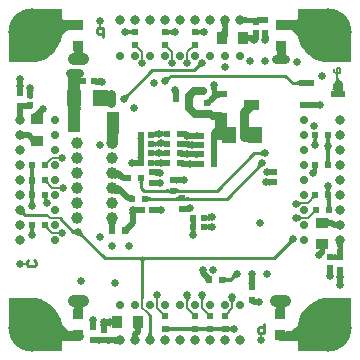
<source format=gbl>
G04 Layer_Physical_Order=6*
G04 Layer_Color=16711680*
%FSAX25Y25*%
%MOIN*%
G70*
G01*
G75*
%ADD10R,0.02362X0.01968*%
%ADD11R,0.01968X0.02362*%
%ADD14R,0.02441X0.02441*%
%ADD17R,0.02441X0.02441*%
%ADD18R,0.03543X0.03543*%
%ADD19C,0.02000*%
%ADD20C,0.03000*%
%ADD21C,0.00600*%
%ADD22C,0.01800*%
%ADD23C,0.04000*%
%ADD24C,0.01200*%
%ADD25C,0.00591*%
%ADD26C,0.01000*%
%ADD27C,0.00800*%
%ADD34C,0.03937*%
%ADD35C,0.15748*%
%ADD36C,0.02756*%
%ADD37C,0.03150*%
%ADD38C,0.02559*%
%ADD39R,0.04528X0.05709*%
%ADD40R,0.04803X0.02441*%
%ADD41R,0.04331X0.06693*%
%ADD42R,0.03937X0.03740*%
%ADD43R,0.03740X0.03937*%
%ADD44C,0.02500*%
%ADD45C,0.01575*%
%ADD46C,0.03500*%
G36*
X0044352Y-0069582D02*
X0044333Y-0069543D01*
X0044278Y-0069508D01*
X0044185Y-0069476D01*
X0044055Y-0069450D01*
X0043889Y-0069427D01*
X0043507Y-0069398D01*
X0043501Y-0069664D01*
X0043500Y-0069941D01*
X0041500D01*
X0041477Y-0069143D01*
X0042500D01*
Y-0067375D01*
X0042852Y-0067373D01*
X0044055Y-0067300D01*
X0044185Y-0067273D01*
X0044278Y-0067242D01*
X0044333Y-0067207D01*
X0044352Y-0067167D01*
Y-0069582D01*
D02*
G37*
G36*
X0103202Y-0069456D02*
X0103166Y-0069415D01*
X0103119Y-0069393D01*
X0103062Y-0069389D01*
X0102994Y-0069404D01*
X0102916Y-0069438D01*
X0102827Y-0069490D01*
X0102728Y-0069561D01*
X0102618Y-0069651D01*
X0102366Y-0069886D01*
X0102146Y-0069271D01*
X0102255Y-0069158D01*
X0102430Y-0068951D01*
X0102495Y-0068857D01*
X0102545Y-0068770D01*
X0102581Y-0068690D01*
X0102602Y-0068617D01*
X0102608Y-0068550D01*
X0102599Y-0068490D01*
X0102575Y-0068436D01*
X0103202Y-0069456D01*
D02*
G37*
G36*
X0097966Y-0070076D02*
X0098707Y-0070495D01*
X0098813Y-0070540D01*
X0098906Y-0070572D01*
X0098985Y-0070591D01*
X0099050Y-0070598D01*
X0099112Y-0071188D01*
X0099053Y-0071196D01*
X0098980Y-0071220D01*
X0098894Y-0071261D01*
X0098794Y-0071317D01*
X0098681Y-0071390D01*
X0098413Y-0071584D01*
X0097908Y-0071996D01*
X0097856Y-0071189D01*
X0097763Y-0071198D01*
X0097719Y-0071205D01*
X0097678Y-0071214D01*
X0097639Y-0071226D01*
X0097602Y-0071239D01*
X0097568Y-0071255D01*
X0097536Y-0071273D01*
X0097507Y-0071293D01*
Y-0070493D01*
X0097536Y-0070513D01*
X0097568Y-0070531D01*
X0097602Y-0070546D01*
X0097639Y-0070560D01*
X0097678Y-0070572D01*
X0097719Y-0070581D01*
X0097763Y-0070588D01*
X0097810Y-0070593D01*
X0097818Y-0070594D01*
X0097777Y-0069954D01*
X0097966Y-0070076D01*
D02*
G37*
G36*
X0006515Y-0068436D02*
X0006610Y-0068985D01*
X0006650Y-0069136D01*
X0006693Y-0069271D01*
X0006741Y-0069389D01*
X0006792Y-0069491D01*
X0006848Y-0069577D01*
X0006907Y-0069647D01*
X0006200Y-0070354D01*
X0006130Y-0070294D01*
X0006045Y-0070239D01*
X0005943Y-0070187D01*
X0005824Y-0070140D01*
X0005690Y-0070096D01*
X0005539Y-0070057D01*
X0005189Y-0069990D01*
X0004773Y-0069938D01*
X0006492Y-0068220D01*
X0006515Y-0068436D01*
D02*
G37*
G36*
X0050324Y-0067207D02*
X0050368Y-0067242D01*
X0050442Y-0067273D01*
X0050544Y-0067300D01*
X0050676Y-0067323D01*
X0050837Y-0067342D01*
X0051247Y-0067366D01*
X0051775Y-0067375D01*
Y-0069375D01*
X0051496Y-0069377D01*
X0051119Y-0069400D01*
X0051119Y-0069414D01*
X0051102Y-0069406D01*
X0051082Y-0069402D01*
X0050676Y-0069427D01*
X0050544Y-0069450D01*
X0050442Y-0069476D01*
X0050368Y-0069508D01*
X0050324Y-0069543D01*
X0050310Y-0069582D01*
Y-0069375D01*
X0050303Y-0069375D01*
X0050310Y-0069172D01*
Y-0067167D01*
X0050324Y-0067207D01*
D02*
G37*
G36*
X0108469Y-0066160D02*
X0108499Y-0066544D01*
X0108525Y-0066700D01*
X0108558Y-0066832D01*
X0108599Y-0066940D01*
X0108647Y-0067024D01*
X0108703Y-0067084D01*
X0108766Y-0067120D01*
X0108837Y-0067132D01*
X0106894D01*
X0106965Y-0067120D01*
X0107028Y-0067084D01*
X0107083Y-0067024D01*
X0107132Y-0066940D01*
X0107173Y-0066832D01*
X0107206Y-0066700D01*
X0107232Y-0066544D01*
X0107250Y-0066364D01*
X0107265Y-0065932D01*
X0108465D01*
X0108469Y-0066160D01*
D02*
G37*
G36*
X0009860Y-0064551D02*
X0009797Y-0064587D01*
X0009741Y-0064647D01*
X0009693Y-0064731D01*
X0009652Y-0064839D01*
X0009619Y-0064971D01*
X0009593Y-0065127D01*
X0009576Y-0065287D01*
X0009576Y-0065288D01*
X0009597Y-0065401D01*
X0009627Y-0065514D01*
X0009665Y-0065627D01*
X0009712Y-0065740D01*
X0009767Y-0065853D01*
X0009830Y-0065965D01*
X0009902Y-0066078D01*
X0009983Y-0066191D01*
X0007936D01*
X0008017Y-0066078D01*
X0008152Y-0065853D01*
X0008207Y-0065740D01*
X0008254Y-0065627D01*
X0008292Y-0065514D01*
X0008321Y-0065401D01*
X0008340Y-0065303D01*
X0008326Y-0065127D01*
X0008300Y-0064971D01*
X0008266Y-0064839D01*
X0008226Y-0064731D01*
X0008177Y-0064647D01*
X0008122Y-0064587D01*
X0008059Y-0064551D01*
X0007988Y-0064539D01*
X0009931D01*
X0009860Y-0064551D01*
D02*
G37*
G36*
X0060321Y-0066804D02*
X0060360Y-0066839D01*
X0060426Y-0066870D01*
X0060519Y-0066897D01*
X0060620Y-0066916D01*
X0060665Y-0066906D01*
X0060741Y-0066882D01*
X0060806Y-0066855D01*
X0060859Y-0066823D01*
X0060902Y-0066789D01*
X0060923Y-0066948D01*
X0061153Y-0066963D01*
X0061628Y-0066972D01*
Y-0068972D01*
X0061377Y-0068974D01*
X0060638Y-0069024D01*
X0060519Y-0069046D01*
X0060426Y-0069073D01*
X0060360Y-0069104D01*
X0060321Y-0069140D01*
X0060308Y-0069179D01*
Y-0068913D01*
X0059782Y-0068972D01*
X0059980Y-0066972D01*
X0060122Y-0066970D01*
X0060308Y-0066956D01*
Y-0066764D01*
X0060321Y-0066804D01*
D02*
G37*
G36*
X0097571Y-0065255D02*
X0098298Y-0065506D01*
X0098409Y-0065533D01*
X0098595Y-0065564D01*
X0098670Y-0065568D01*
X0098931Y-0066158D01*
X0098879Y-0066168D01*
X0098816Y-0066199D01*
X0098742Y-0066249D01*
X0098656Y-0066319D01*
X0098558Y-0066409D01*
X0098329Y-0066650D01*
X0097899Y-0067162D01*
X0097390Y-0065181D01*
X0097571Y-0065255D01*
D02*
G37*
G36*
X0013791Y-0073394D02*
X0013801Y-0073429D01*
X0013814Y-0073464D01*
X0013830Y-0073500D01*
X0013850Y-0073536D01*
X0013872Y-0073572D01*
X0013898Y-0073608D01*
X0013928Y-0073645D01*
X0013996Y-0073719D01*
X0013578Y-0074136D01*
X0013541Y-0074101D01*
X0013467Y-0074039D01*
X0013431Y-0074013D01*
X0013395Y-0073990D01*
X0013359Y-0073971D01*
X0013324Y-0073954D01*
X0013289Y-0073941D01*
X0013254Y-0073932D01*
X0013219Y-0073925D01*
X0013785Y-0073360D01*
X0013791Y-0073394D01*
D02*
G37*
G36*
X0037249Y-0072315D02*
X0037132Y-0072473D01*
X0037028Y-0072633D01*
X0036936Y-0072797D01*
X0036856Y-0072963D01*
X0036788Y-0073131D01*
X0036733Y-0073302D01*
X0036690Y-0073476D01*
X0036659Y-0073653D01*
X0036641Y-0073832D01*
X0036635Y-0074014D01*
X0034635Y-0073936D01*
X0034629Y-0073749D01*
X0034613Y-0073566D01*
X0034587Y-0073387D01*
X0034549Y-0073212D01*
X0034501Y-0073042D01*
X0034443Y-0072875D01*
X0034374Y-0072712D01*
X0034294Y-0072554D01*
X0034203Y-0072399D01*
X0034102Y-0072249D01*
X0037249Y-0072315D01*
D02*
G37*
G36*
X0067530Y-0073014D02*
X0067566Y-0073116D01*
X0067627Y-0073206D01*
X0067712Y-0073284D01*
X0067756Y-0073311D01*
X0067793Y-0073293D01*
X0067906Y-0073229D01*
X0068019Y-0073157D01*
X0068132Y-0073077D01*
Y-0073449D01*
X0068293Y-0073476D01*
X0068499Y-0073494D01*
X0068730Y-0073500D01*
Y-0074700D01*
X0068499Y-0074706D01*
X0068293Y-0074724D01*
X0068132Y-0074751D01*
Y-0075123D01*
X0068019Y-0075043D01*
X0067793Y-0074907D01*
X0067756Y-0074889D01*
X0067712Y-0074916D01*
X0067627Y-0074994D01*
X0067566Y-0075084D01*
X0067530Y-0075186D01*
X0067518Y-0075300D01*
Y-0074789D01*
X0067455Y-0074768D01*
X0067342Y-0074738D01*
X0067229Y-0074717D01*
X0067115Y-0074704D01*
X0067002Y-0074700D01*
Y-0073500D01*
X0067115Y-0073496D01*
X0067229Y-0073483D01*
X0067342Y-0073462D01*
X0067455Y-0073432D01*
X0067518Y-0073411D01*
Y-0072900D01*
X0067530Y-0073014D01*
D02*
G37*
G36*
X0014223Y-0073618D02*
X0014212Y-0073676D01*
X0014217Y-0073741D01*
X0014237Y-0073814D01*
X0014272Y-0073894D01*
X0014323Y-0073981D01*
X0014389Y-0074075D01*
X0014470Y-0074177D01*
X0014679Y-0074402D01*
X0014399Y-0074957D01*
X0014270Y-0074832D01*
X0014044Y-0074638D01*
X0013945Y-0074568D01*
X0013857Y-0074516D01*
X0013778Y-0074482D01*
X0013710Y-0074466D01*
X0013651Y-0074469D01*
X0013602Y-0074489D01*
X0013564Y-0074527D01*
X0014249Y-0073567D01*
X0014223Y-0073618D01*
D02*
G37*
G36*
X0107655Y-0071393D02*
X0107692Y-0071428D01*
X0107752Y-0071458D01*
X0107837Y-0071484D01*
X0107947Y-0071506D01*
X0108080Y-0071524D01*
X0108420Y-0071548D01*
X0108856Y-0071556D01*
Y-0073556D01*
X0108626Y-0073558D01*
X0107947Y-0073606D01*
X0107837Y-0073629D01*
X0107752Y-0073655D01*
X0107692Y-0073685D01*
X0107655Y-0073719D01*
X0107643Y-0073757D01*
Y-0071355D01*
X0107655Y-0071393D01*
D02*
G37*
G36*
X0017871Y-0071271D02*
X0017842Y-0071251D01*
X0017810Y-0071233D01*
X0017776Y-0071217D01*
X0017739Y-0071204D01*
X0017700Y-0071192D01*
X0017659Y-0071183D01*
X0017615Y-0071175D01*
X0017568Y-0071170D01*
X0017467Y-0071166D01*
Y-0070576D01*
X0017519Y-0070574D01*
X0017615Y-0070566D01*
X0017659Y-0070559D01*
X0017700Y-0070549D01*
X0017739Y-0070538D01*
X0017776Y-0070524D01*
X0017810Y-0070509D01*
X0017842Y-0070491D01*
X0017871Y-0070471D01*
Y-0071271D01*
D02*
G37*
G36*
X0014502Y-0069964D02*
X0014511Y-0069999D01*
X0014524Y-0070034D01*
X0014541Y-0070070D01*
X0014560Y-0070105D01*
X0014583Y-0070142D01*
X0014609Y-0070178D01*
X0014638Y-0070214D01*
X0014706Y-0070289D01*
X0014289Y-0070706D01*
X0014252Y-0070670D01*
X0014178Y-0070609D01*
X0014142Y-0070583D01*
X0014106Y-0070560D01*
X0014070Y-0070541D01*
X0014034Y-0070524D01*
X0013999Y-0070511D01*
X0013964Y-0070502D01*
X0013930Y-0070495D01*
X0014495Y-0069930D01*
X0014502Y-0069964D01*
D02*
G37*
G36*
X0063385Y-0071923D02*
X0063401Y-0072107D01*
X0063979D01*
X0063865Y-0072119D01*
X0063763Y-0072155D01*
X0063673Y-0072215D01*
X0063595Y-0072299D01*
X0063529Y-0072408D01*
X0063489Y-0072504D01*
X0063529Y-0072601D01*
X0063595Y-0072711D01*
X0063673Y-0072795D01*
X0063763Y-0072856D01*
X0063865Y-0072892D01*
X0063979Y-0072904D01*
X0063400D01*
X0063385Y-0073080D01*
X0063379Y-0073308D01*
X0062179D01*
X0062173Y-0073080D01*
X0062157Y-0072904D01*
X0061579D01*
X0061693Y-0072892D01*
X0061795Y-0072856D01*
X0061885Y-0072795D01*
X0061963Y-0072711D01*
X0062029Y-0072601D01*
X0062068Y-0072504D01*
X0062029Y-0072408D01*
X0061963Y-0072299D01*
X0061885Y-0072215D01*
X0061795Y-0072155D01*
X0061693Y-0072119D01*
X0061579Y-0072107D01*
X0062157D01*
X0062173Y-0071923D01*
X0062179Y-0071693D01*
X0063379D01*
X0063385Y-0071923D01*
D02*
G37*
G36*
X0067530Y-0069814D02*
X0067566Y-0069916D01*
X0067627Y-0070006D01*
X0067706Y-0070079D01*
X0067736Y-0070063D01*
X0067851Y-0069990D01*
X0067966Y-0069908D01*
X0068082Y-0069816D01*
X0068103Y-0070244D01*
X0068111Y-0070246D01*
X0068293Y-0070276D01*
X0068499Y-0070294D01*
X0068730Y-0070300D01*
Y-0071500D01*
X0068499Y-0071506D01*
X0068293Y-0071524D01*
X0068167Y-0071545D01*
X0068183Y-0071860D01*
X0068076Y-0071791D01*
X0067968Y-0071730D01*
X0067859Y-0071676D01*
X0067811Y-0071656D01*
X0067712Y-0071716D01*
X0067627Y-0071794D01*
X0067566Y-0071884D01*
X0067530Y-0071986D01*
X0067518Y-0072100D01*
Y-0071556D01*
X0067410Y-0071532D01*
X0067295Y-0071514D01*
X0067179Y-0071504D01*
X0067061Y-0071500D01*
X0066954Y-0070300D01*
X0067064Y-0070295D01*
X0067174Y-0070281D01*
X0067285Y-0070256D01*
X0067396Y-0070223D01*
X0067509Y-0070179D01*
X0067518Y-0070175D01*
Y-0069700D01*
X0067530Y-0069814D01*
D02*
G37*
G36*
X0013597Y-0064207D02*
X0013630Y-0064261D01*
X0013686Y-0064323D01*
X0013764Y-0064392D01*
X0013865Y-0064469D01*
X0014134Y-0064647D01*
X0014492Y-0064856D01*
X0014705Y-0064972D01*
X0012850Y-0065827D01*
X0012878Y-0065693D01*
X0012959Y-0065124D01*
X0012972Y-0064974D01*
X0012975Y-0064872D01*
X0012968Y-0064828D01*
X0012947Y-0064752D01*
X0012921Y-0064687D01*
X0012889Y-0064634D01*
X0012850Y-0064592D01*
X0012806Y-0064563D01*
X0012756Y-0064545D01*
X0012699Y-0064539D01*
X0012988D01*
X0012995Y-0064342D01*
X0013585Y-0064161D01*
X0013597Y-0064207D01*
D02*
G37*
G36*
X0009860Y-0059480D02*
X0009797Y-0059516D01*
X0009741Y-0059576D01*
X0009693Y-0059660D01*
X0009652Y-0059768D01*
X0009619Y-0059900D01*
X0009593Y-0060056D01*
X0009574Y-0060236D01*
X0009559Y-0060668D01*
X0008359D01*
X0008356Y-0060440D01*
X0008326Y-0060056D01*
X0008300Y-0059900D01*
X0008266Y-0059768D01*
X0008226Y-0059660D01*
X0008177Y-0059576D01*
X0008122Y-0059516D01*
X0008059Y-0059480D01*
X0007988Y-0059468D01*
X0009931D01*
X0009860Y-0059480D01*
D02*
G37*
G36*
X0050221Y-0058204D02*
X0050261Y-0058239D01*
X0050329Y-0058270D01*
X0050424Y-0058297D01*
X0050545Y-0058320D01*
X0050694Y-0058338D01*
X0051072Y-0058363D01*
X0051558Y-0058372D01*
Y-0060372D01*
X0051302Y-0060374D01*
X0050545Y-0060423D01*
X0050424Y-0060446D01*
X0050329Y-0060473D01*
X0050261Y-0060504D01*
X0050221Y-0060540D01*
X0050208Y-0060579D01*
Y-0060372D01*
X0049992Y-0060372D01*
Y-0058372D01*
X0050208Y-0058365D01*
Y-0058164D01*
X0050221Y-0058204D01*
D02*
G37*
G36*
X0009563Y-0061231D02*
X0009593Y-0061615D01*
X0009619Y-0061771D01*
X0009652Y-0061903D01*
X0009693Y-0062011D01*
X0009741Y-0062095D01*
X0009797Y-0062155D01*
X0009860Y-0062191D01*
X0009931Y-0062203D01*
X0007988D01*
X0008059Y-0062191D01*
X0008122Y-0062155D01*
X0008177Y-0062095D01*
X0008226Y-0062011D01*
X0008266Y-0061903D01*
X0008300Y-0061771D01*
X0008326Y-0061615D01*
X0008344Y-0061435D01*
X0008359Y-0061003D01*
X0009559D01*
X0009563Y-0061231D01*
D02*
G37*
G36*
X0108543Y-0061081D02*
X0108407Y-0061307D01*
X0108352Y-0061419D01*
X0108306Y-0061532D01*
X0108268Y-0061645D01*
X0108248Y-0061719D01*
X0108256Y-0061771D01*
X0108288Y-0061903D01*
X0108327Y-0062011D01*
X0108373Y-0062095D01*
X0108426Y-0062155D01*
X0108486Y-0062191D01*
X0108554Y-0062203D01*
X0106611D01*
X0106685Y-0062191D01*
X0106751Y-0062155D01*
X0106809Y-0062095D01*
X0106860Y-0062011D01*
X0106903Y-0061903D01*
X0106938Y-0061771D01*
X0106949Y-0061708D01*
X0106932Y-0061645D01*
X0106894Y-0061532D01*
X0106848Y-0061419D01*
X0106793Y-0061307D01*
X0106729Y-0061194D01*
X0106657Y-0061081D01*
X0106577Y-0060968D01*
X0108623D01*
X0108543Y-0061081D01*
D02*
G37*
G36*
X0088292Y-0058071D02*
X0088466Y-0058072D01*
Y-0060072D01*
X0088292Y-0060077D01*
Y-0060279D01*
X0088279Y-0060240D01*
X0088237Y-0060204D01*
X0088167Y-0060173D01*
X0088070Y-0060146D01*
X0087944Y-0060123D01*
X0087791Y-0060105D01*
X0087401Y-0060080D01*
X0086900Y-0060072D01*
Y-0058072D01*
X0087165Y-0058070D01*
X0087944Y-0058020D01*
X0088070Y-0057997D01*
X0088167Y-0057970D01*
X0088237Y-0057939D01*
X0088279Y-0057904D01*
X0088292Y-0057864D01*
Y-0058071D01*
D02*
G37*
G36*
X0057127Y-0057255D02*
X0057187Y-0057285D01*
X0057288Y-0057312D01*
X0057428Y-0057336D01*
X0057608Y-0057355D01*
X0058310Y-0057389D01*
X0058732Y-0057377D01*
Y-0057396D01*
X0059108Y-0057400D01*
Y-0059400D01*
X0058732Y-0059402D01*
Y-0059423D01*
X0058718Y-0059419D01*
X0058690Y-0059415D01*
X0058647Y-0059411D01*
X0058603Y-0059410D01*
X0057428Y-0059485D01*
X0057288Y-0059516D01*
X0057187Y-0059551D01*
X0057127Y-0059591D01*
X0057108Y-0059636D01*
Y-0057221D01*
X0057127Y-0057255D01*
D02*
G37*
G36*
X0039210Y-0056295D02*
X0038149Y-0058063D01*
X0038033Y-0057964D01*
X0037903Y-0057885D01*
X0037758Y-0057825D01*
X0037600Y-0057785D01*
X0037427Y-0057765D01*
X0037240Y-0057764D01*
X0037039Y-0057783D01*
X0036823Y-0057822D01*
X0036594Y-0057880D01*
X0036350Y-0057958D01*
X0037312Y-0054970D01*
X0039210Y-0056295D01*
D02*
G37*
G36*
X0046347Y-0058978D02*
X0046267Y-0059008D01*
X0046196Y-0059058D01*
X0046135Y-0059128D01*
X0046083Y-0059218D01*
X0046041Y-0059328D01*
X0046008Y-0059458D01*
X0045984Y-0059608D01*
X0045970Y-0059778D01*
X0045965Y-0059968D01*
X0044965D01*
X0044961Y-0059778D01*
X0044947Y-0059608D01*
X0044923Y-0059458D01*
X0044890Y-0059328D01*
X0044848Y-0059218D01*
X0044796Y-0059128D01*
X0044734Y-0059058D01*
X0044664Y-0059008D01*
X0044584Y-0058978D01*
X0044494Y-0058968D01*
X0046437D01*
X0046347Y-0058978D01*
D02*
G37*
G36*
X0014220Y-0058614D02*
X0014207Y-0058670D01*
X0014210Y-0058733D01*
X0014229Y-0058805D01*
X0014264Y-0058884D01*
X0014314Y-0058972D01*
X0014382Y-0059067D01*
X0014465Y-0059171D01*
X0014679Y-0059401D01*
X0014328Y-0059886D01*
X0014203Y-0059765D01*
X0013981Y-0059575D01*
X0013883Y-0059505D01*
X0013795Y-0059454D01*
X0013716Y-0059420D01*
X0013646Y-0059403D01*
X0013586Y-0059403D01*
X0013535Y-0059421D01*
X0013493Y-0059456D01*
X0014249Y-0058566D01*
X0014220Y-0058614D01*
D02*
G37*
G36*
X0057904Y-0065500D02*
X0057894Y-0065405D01*
X0057864Y-0065320D01*
X0057813Y-0065245D01*
X0057743Y-0065180D01*
X0057652Y-0065125D01*
X0057540Y-0065080D01*
X0057409Y-0065045D01*
X0057257Y-0065020D01*
X0057085Y-0065005D01*
X0056893Y-0065000D01*
Y-0064000D01*
X0057085Y-0063995D01*
X0057257Y-0063980D01*
X0057409Y-0063955D01*
X0057540Y-0063920D01*
X0057652Y-0063875D01*
X0057743Y-0063820D01*
X0057813Y-0063755D01*
X0057864Y-0063680D01*
X0057894Y-0063595D01*
X0057904Y-0063500D01*
Y-0065500D01*
D02*
G37*
G36*
X0060306Y-0063595D02*
X0060336Y-0063680D01*
X0060387Y-0063755D01*
X0060457Y-0063820D01*
X0060549Y-0063875D01*
X0060660Y-0063920D01*
X0060791Y-0063955D01*
X0060943Y-0063980D01*
X0061115Y-0063995D01*
X0061308Y-0064000D01*
Y-0065000D01*
X0061115Y-0065005D01*
X0060943Y-0065020D01*
X0060791Y-0065045D01*
X0060660Y-0065080D01*
X0060549Y-0065125D01*
X0060457Y-0065180D01*
X0060387Y-0065245D01*
X0060336Y-0065320D01*
X0060306Y-0065405D01*
X0060295Y-0065500D01*
Y-0063500D01*
X0060306Y-0063595D01*
D02*
G37*
G36*
X0108537Y-0064551D02*
X0108522Y-0064587D01*
X0108509Y-0064647D01*
X0108497Y-0064731D01*
X0108479Y-0064971D01*
X0108465Y-0065739D01*
X0107265D01*
X0107259Y-0065511D01*
X0107241Y-0065307D01*
X0107211Y-0065127D01*
X0107169Y-0064971D01*
X0107115Y-0064839D01*
X0107049Y-0064731D01*
X0106971Y-0064647D01*
X0106881Y-0064587D01*
X0106779Y-0064551D01*
X0106665Y-0064539D01*
X0108554D01*
X0108537Y-0064551D01*
D02*
G37*
G36*
X0047535Y-0063595D02*
X0047565Y-0063680D01*
X0047616Y-0063755D01*
X0047686Y-0063820D01*
X0047778Y-0063875D01*
X0047889Y-0063920D01*
X0048020Y-0063955D01*
X0048172Y-0063980D01*
X0048344Y-0063995D01*
X0048537Y-0064000D01*
Y-0065000D01*
X0048344Y-0065005D01*
X0048172Y-0065020D01*
X0048020Y-0065045D01*
X0047889Y-0065080D01*
X0047778Y-0065125D01*
X0047686Y-0065180D01*
X0047616Y-0065245D01*
X0047565Y-0065320D01*
X0047535Y-0065405D01*
X0047525Y-0065500D01*
Y-0063500D01*
X0047535Y-0063595D01*
D02*
G37*
G36*
X0102978Y-0064527D02*
X0102939Y-0064489D01*
X0102890Y-0064468D01*
X0102832Y-0064466D01*
X0102763Y-0064482D01*
X0102685Y-0064516D01*
X0102596Y-0064568D01*
X0102498Y-0064638D01*
X0102389Y-0064726D01*
X0102143Y-0064956D01*
X0101863Y-0064401D01*
X0101975Y-0064285D01*
X0102153Y-0064075D01*
X0102219Y-0063980D01*
X0102269Y-0063893D01*
X0102305Y-0063813D01*
X0102324Y-0063741D01*
X0102329Y-0063675D01*
X0102318Y-0063617D01*
X0102292Y-0063566D01*
X0102978Y-0064527D01*
D02*
G37*
G36*
X0054704Y-0062900D02*
X0054694Y-0062805D01*
X0054664Y-0062720D01*
X0054613Y-0062645D01*
X0054543Y-0062580D01*
X0054452Y-0062525D01*
X0054340Y-0062480D01*
X0054209Y-0062445D01*
X0054057Y-0062420D01*
X0053885Y-0062405D01*
X0053693Y-0062400D01*
Y-0061400D01*
X0053885Y-0061395D01*
X0054057Y-0061380D01*
X0054209Y-0061355D01*
X0054340Y-0061320D01*
X0054452Y-0061275D01*
X0054543Y-0061220D01*
X0054613Y-0061155D01*
X0054664Y-0061080D01*
X0054694Y-0060995D01*
X0054704Y-0060900D01*
Y-0062900D01*
D02*
G37*
G36*
X0057106Y-0060995D02*
X0057136Y-0061080D01*
X0057187Y-0061155D01*
X0057257Y-0061220D01*
X0057349Y-0061275D01*
X0057460Y-0061320D01*
X0057591Y-0061355D01*
X0057743Y-0061380D01*
X0057915Y-0061395D01*
X0058108Y-0061400D01*
Y-0062400D01*
X0057915Y-0062405D01*
X0057743Y-0062420D01*
X0057591Y-0062445D01*
X0057460Y-0062480D01*
X0057349Y-0062525D01*
X0057257Y-0062580D01*
X0057187Y-0062645D01*
X0057136Y-0062720D01*
X0057106Y-0062805D01*
X0057095Y-0062900D01*
Y-0060900D01*
X0057106Y-0060995D01*
D02*
G37*
G36*
X0013670Y-0063759D02*
X0013652Y-0063791D01*
X0013636Y-0063825D01*
X0013623Y-0063861D01*
X0013611Y-0063901D01*
X0013602Y-0063942D01*
X0013595Y-0063986D01*
X0013589Y-0064033D01*
X0013585Y-0064133D01*
X0012995D01*
X0012994Y-0064082D01*
X0012985Y-0063986D01*
X0012978Y-0063942D01*
X0012969Y-0063901D01*
X0012957Y-0063861D01*
X0012944Y-0063825D01*
X0012928Y-0063791D01*
X0012910Y-0063759D01*
X0012890Y-0063730D01*
X0013690D01*
X0013670Y-0063759D01*
D02*
G37*
G36*
X0039204Y-0061390D02*
X0038107Y-0063121D01*
X0037991Y-0063022D01*
X0037860Y-0062941D01*
X0037715Y-0062880D01*
X0037555Y-0062837D01*
X0037381Y-0062813D01*
X0037192Y-0062809D01*
X0036989Y-0062823D01*
X0036771Y-0062855D01*
X0036538Y-0062907D01*
X0036291Y-0062978D01*
X0037345Y-0060019D01*
X0039204Y-0061390D01*
D02*
G37*
G36*
X0048019Y-0102800D02*
X0048093Y-0102862D01*
X0048129Y-0102888D01*
X0048165Y-0102911D01*
X0048201Y-0102930D01*
X0048237Y-0102947D01*
X0048272Y-0102960D01*
X0048307Y-0102969D01*
X0048341Y-0102976D01*
X0047776Y-0103541D01*
X0047769Y-0103507D01*
X0047760Y-0103472D01*
X0047747Y-0103437D01*
X0047730Y-0103401D01*
X0047711Y-0103365D01*
X0047688Y-0103329D01*
X0047662Y-0103293D01*
X0047633Y-0103256D01*
X0047565Y-0103182D01*
X0047982Y-0102765D01*
X0048019Y-0102800D01*
D02*
G37*
G36*
X0067413Y-0102356D02*
X0067621Y-0102531D01*
X0067714Y-0102596D01*
X0067801Y-0102646D01*
X0067881Y-0102682D01*
X0067955Y-0102703D01*
X0068021Y-0102708D01*
X0068081Y-0102699D01*
X0068134Y-0102675D01*
X0067125Y-0103312D01*
X0067165Y-0103276D01*
X0067187Y-0103228D01*
X0067191Y-0103171D01*
X0067176Y-0103103D01*
X0067142Y-0103025D01*
X0067090Y-0102936D01*
X0067019Y-0102837D01*
X0066930Y-0102727D01*
X0066695Y-0102477D01*
X0067299Y-0102246D01*
X0067413Y-0102356D01*
D02*
G37*
G36*
X0030301Y-0105358D02*
X0030360Y-0106245D01*
X0030382Y-0106341D01*
X0030408Y-0106409D01*
X0030436Y-0106450D01*
X0030468Y-0106464D01*
X0030301D01*
X0030300Y-0106664D01*
X0028300D01*
X0028294Y-0106464D01*
X0028132D01*
X0028164Y-0106450D01*
X0028192Y-0106409D01*
X0028218Y-0106341D01*
X0028239Y-0106245D01*
X0028258Y-0106122D01*
X0028277Y-0105886D01*
X0028277Y-0105867D01*
X0028279D01*
X0028285Y-0105795D01*
X0028300Y-0105098D01*
X0030300D01*
X0030301Y-0105358D01*
D02*
G37*
G36*
X0035300Y-0107656D02*
X0035280Y-0107474D01*
X0035220Y-0107311D01*
X0035120Y-0107168D01*
X0034980Y-0107044D01*
X0034800Y-0106939D01*
X0034580Y-0106853D01*
X0034320Y-0106786D01*
X0034020Y-0106738D01*
X0033889Y-0106727D01*
X0033901Y-0106788D01*
X0033932Y-0106887D01*
X0033967Y-0106958D01*
X0034006Y-0107001D01*
X0034051Y-0107015D01*
X0033818D01*
X0033817Y-0107164D01*
X0031817D01*
X0031813Y-0107015D01*
X0031636D01*
X0031670Y-0107001D01*
X0031701Y-0106958D01*
X0031728Y-0106887D01*
X0031752Y-0106788D01*
X0031772Y-0106661D01*
X0031795Y-0106392D01*
X0031794Y-0106367D01*
X0031797D01*
X0031801Y-0106321D01*
X0031815Y-0105867D01*
X0031817Y-0105598D01*
X0033300D01*
Y-0104700D01*
X0033632Y-0104692D01*
X0033636Y-0104614D01*
X0033663Y-0104631D01*
X0033703Y-0104645D01*
X0033756Y-0104658D01*
X0033823Y-0104669D01*
X0033873Y-0104674D01*
X0034020Y-0104662D01*
X0034320Y-0104614D01*
X0034580Y-0104547D01*
X0034800Y-0104461D01*
X0034980Y-0104356D01*
X0035120Y-0104232D01*
X0035220Y-0104088D01*
X0035280Y-0103926D01*
X0035300Y-0103744D01*
Y-0107656D01*
D02*
G37*
G36*
X0062413Y-0102356D02*
X0062620Y-0102530D01*
X0062714Y-0102595D01*
X0062801Y-0102646D01*
X0062881Y-0102681D01*
X0062954Y-0102702D01*
X0063021Y-0102708D01*
X0063081Y-0102699D01*
X0063135Y-0102676D01*
X0062115Y-0103302D01*
X0062156Y-0103266D01*
X0062178Y-0103219D01*
X0062182Y-0103162D01*
X0062167Y-0103094D01*
X0062133Y-0103016D01*
X0062081Y-0102927D01*
X0062010Y-0102828D01*
X0061920Y-0102718D01*
X0061685Y-0102467D01*
X0062300Y-0102246D01*
X0062413Y-0102356D01*
D02*
G37*
G36*
X0061678Y-0097662D02*
X0061205Y-0098389D01*
X0061154Y-0098492D01*
X0061117Y-0098582D01*
X0061095Y-0098658D01*
X0061088Y-0098720D01*
X0060498D01*
X0060490Y-0098658D01*
X0060469Y-0098582D01*
X0060432Y-0098492D01*
X0060381Y-0098389D01*
X0060236Y-0098140D01*
X0060032Y-0097835D01*
X0059770Y-0097475D01*
X0061816D01*
X0061678Y-0097662D01*
D02*
G37*
G36*
X0066678Y-0097455D02*
X0066205Y-0098182D01*
X0066154Y-0098285D01*
X0066117Y-0098375D01*
X0066096Y-0098451D01*
X0066088Y-0098513D01*
X0065498D01*
X0065490Y-0098451D01*
X0065469Y-0098375D01*
X0065432Y-0098285D01*
X0065381Y-0098182D01*
X0065236Y-0097933D01*
X0065032Y-0097628D01*
X0064770Y-0097268D01*
X0066816D01*
X0066678Y-0097455D01*
D02*
G37*
G36*
X0074857Y-0102467D02*
X0074730Y-0102598D01*
X0074532Y-0102828D01*
X0074461Y-0102927D01*
X0074409Y-0103016D01*
X0074375Y-0103094D01*
X0074360Y-0103162D01*
X0074364Y-0103219D01*
X0074386Y-0103266D01*
X0074427Y-0103302D01*
X0073407Y-0102676D01*
X0073461Y-0102699D01*
X0073521Y-0102708D01*
X0073588Y-0102702D01*
X0073661Y-0102681D01*
X0073741Y-0102646D01*
X0073828Y-0102595D01*
X0073922Y-0102530D01*
X0074022Y-0102450D01*
X0074242Y-0102246D01*
X0074857Y-0102467D01*
D02*
G37*
G36*
X0076578Y-0098304D02*
X0076149Y-0099042D01*
X0076103Y-0099148D01*
X0076070Y-0099240D01*
X0076051Y-0099318D01*
X0076044Y-0099383D01*
X0075453Y-0099434D01*
X0075445Y-0099374D01*
X0075422Y-0099301D01*
X0075382Y-0099214D01*
X0075327Y-0099113D01*
X0075255Y-0098999D01*
X0075065Y-0098729D01*
X0074660Y-0098221D01*
X0076704Y-0098114D01*
X0076578Y-0098304D01*
D02*
G37*
G36*
X0034071Y-0110604D02*
X0034131Y-0110645D01*
X0034231Y-0110682D01*
X0034371Y-0110713D01*
X0034551Y-0110740D01*
X0035031Y-0110778D01*
X0036051Y-0110800D01*
Y-0112800D01*
X0035671Y-0112802D01*
X0034231Y-0112885D01*
X0034131Y-0112911D01*
X0034071Y-0112940D01*
X0034051Y-0112973D01*
Y-0110558D01*
X0034071Y-0110604D01*
D02*
G37*
G36*
X0009058Y-0097741D02*
X0010028Y-0097741D01*
X0011929Y-0098119D01*
X0013721Y-0098861D01*
X0015333Y-0099938D01*
X0016703Y-0101309D01*
X0017781Y-0102921D01*
X0018523Y-0104712D01*
X0018871Y-0106462D01*
X0020512Y-0108121D01*
X0020954Y-0108434D01*
X0021287Y-0108610D01*
X0022371Y-0108537D01*
X0022521Y-0108493D01*
X0022611Y-0108441D01*
X0022641Y-0108384D01*
Y-0111902D01*
X0022611Y-0111861D01*
X0022521Y-0111824D01*
X0022371Y-0111791D01*
X0022161Y-0111763D01*
X0021561Y-0111719D01*
X0020351Y-0111698D01*
X0020141Y-0111715D01*
X0019678Y-0111806D01*
X0019114Y-0111959D01*
X0018901Y-0112031D01*
Y-0115472D01*
X0008395D01*
X0006851Y-0115165D01*
X0005397Y-0114562D01*
X0004088Y-0113688D01*
X0002976Y-0112575D01*
X0002101Y-0111266D01*
X0001499Y-0109812D01*
X0001192Y-0108269D01*
Y-0107482D01*
X0001192Y-0097741D01*
X0009058Y-0097741D01*
D02*
G37*
G36*
X0037325Y-0113059D02*
X0037251Y-0113010D01*
X0037166Y-0112966D01*
X0037071Y-0112927D01*
X0036965Y-0112893D01*
X0036849Y-0112865D01*
X0036722Y-0112842D01*
X0036437Y-0112811D01*
X0036278Y-0112803D01*
X0036109Y-0112800D01*
Y-0110800D01*
X0036278Y-0110798D01*
X0036722Y-0110759D01*
X0036849Y-0110735D01*
X0036965Y-0110707D01*
X0037071Y-0110673D01*
X0037166Y-0110634D01*
X0037251Y-0110590D01*
X0037325Y-0110541D01*
Y-0113059D01*
D02*
G37*
G36*
X0031636Y-0112973D02*
X0031616Y-0112934D01*
X0031556Y-0112899D01*
X0031456Y-0112867D01*
X0031316Y-0112840D01*
X0031136Y-0112818D01*
X0030656Y-0112785D01*
X0029636Y-0112766D01*
Y-0110766D01*
X0030016Y-0110764D01*
X0031456Y-0110664D01*
X0031556Y-0110633D01*
X0031616Y-0110598D01*
X0031636Y-0110558D01*
Y-0112973D01*
D02*
G37*
G36*
X0048779Y-0109464D02*
X0048801Y-0109576D01*
X0048839Y-0109698D01*
X0048892Y-0109832D01*
X0048961Y-0109976D01*
X0049143Y-0110295D01*
X0049257Y-0110471D01*
X0049530Y-0110854D01*
X0047012D01*
X0047156Y-0110658D01*
X0047497Y-0110130D01*
X0047581Y-0109976D01*
X0047703Y-0109698D01*
X0047741Y-0109576D01*
X0047763Y-0109464D01*
X0047771Y-0109362D01*
X0048771D01*
X0048779Y-0109464D01*
D02*
G37*
G36*
X0045406Y-0107668D02*
X0045372Y-0107704D01*
X0045342Y-0107764D01*
X0045316Y-0107848D01*
X0045294Y-0107956D01*
X0045276Y-0108088D01*
X0045251Y-0108424D01*
X0045243Y-0108857D01*
X0043243D01*
X0043241Y-0108628D01*
X0043193Y-0107956D01*
X0043171Y-0107848D01*
X0043145Y-0107764D01*
X0043115Y-0107704D01*
X0043080Y-0107668D01*
X0043042Y-0107656D01*
X0045445D01*
X0045406Y-0107668D01*
D02*
G37*
G36*
X0075697Y-0108989D02*
X0075585Y-0108908D01*
X0075359Y-0108773D01*
X0075246Y-0108718D01*
X0075133Y-0108672D01*
X0075020Y-0108633D01*
X0074943Y-0108613D01*
X0074871Y-0108625D01*
X0074739Y-0108659D01*
X0074631Y-0108700D01*
X0074547Y-0108748D01*
X0074487Y-0108803D01*
X0074451Y-0108867D01*
X0074439Y-0108937D01*
Y-0106994D01*
X0074451Y-0107065D01*
X0074487Y-0107128D01*
X0074547Y-0107184D01*
X0074631Y-0107232D01*
X0074739Y-0107273D01*
X0074871Y-0107306D01*
X0074943Y-0107318D01*
X0075020Y-0107298D01*
X0075133Y-0107260D01*
X0075246Y-0107213D01*
X0075359Y-0107159D01*
X0075472Y-0107095D01*
X0075585Y-0107023D01*
X0075697Y-0106943D01*
Y-0108989D01*
D02*
G37*
G36*
X0054451Y-0107065D02*
X0054487Y-0107128D01*
X0054547Y-0107184D01*
X0054631Y-0107232D01*
X0054739Y-0107273D01*
X0054871Y-0107306D01*
X0055027Y-0107332D01*
X0055207Y-0107351D01*
X0055639Y-0107366D01*
Y-0108566D01*
X0055411Y-0108570D01*
X0055027Y-0108599D01*
X0054871Y-0108625D01*
X0054739Y-0108659D01*
X0054631Y-0108700D01*
X0054547Y-0108748D01*
X0054487Y-0108803D01*
X0054451Y-0108867D01*
X0054439Y-0108937D01*
Y-0106994D01*
X0054451Y-0107065D01*
D02*
G37*
G36*
X0062103Y-0108937D02*
X0062091Y-0108867D01*
X0062055Y-0108803D01*
X0061995Y-0108748D01*
X0061911Y-0108700D01*
X0061803Y-0108659D01*
X0061671Y-0108625D01*
X0061515Y-0108599D01*
X0061335Y-0108581D01*
X0060903Y-0108566D01*
Y-0107366D01*
X0061131Y-0107362D01*
X0061515Y-0107332D01*
X0061671Y-0107306D01*
X0061803Y-0107273D01*
X0061911Y-0107232D01*
X0061995Y-0107184D01*
X0062055Y-0107128D01*
X0062091Y-0107065D01*
X0062103Y-0106994D01*
Y-0108937D01*
D02*
G37*
G36*
X0115350Y-0107482D02*
Y-0108269D01*
X0115043Y-0109812D01*
X0114441Y-0111266D01*
X0113566Y-0112575D01*
X0112453Y-0113688D01*
X0111145Y-0114562D01*
X0109691Y-0115165D01*
X0108147Y-0115472D01*
X0097641D01*
Y-0112108D01*
X0096864Y-0111806D01*
X0096401Y-0111715D01*
X0096060Y-0111687D01*
X0095988Y-0111687D01*
X0093678Y-0111824D01*
X0093588Y-0111861D01*
X0093558Y-0111902D01*
Y-0108384D01*
X0093588Y-0108441D01*
X0093678Y-0108493D01*
X0093828Y-0108537D01*
X0094038Y-0108577D01*
X0094308Y-0108610D01*
X0095028Y-0108658D01*
X0095075Y-0108659D01*
X0095232Y-0108622D01*
X0095588Y-0108434D01*
X0096030Y-0108121D01*
X0096558Y-0107682D01*
X0097641Y-0106651D01*
Y-0106614D01*
X0098019Y-0104712D01*
X0098761Y-0102921D01*
X0099838Y-0101309D01*
X0101209Y-0099938D01*
X0102821Y-0098861D01*
X0104613Y-0098119D01*
X0106514Y-0097741D01*
X0107483Y-0097741D01*
X0115350Y-0097741D01*
X0115350Y-0107482D01*
D02*
G37*
G36*
X0112808Y-0079416D02*
X0112747Y-0079521D01*
X0112693Y-0079634D01*
X0112647Y-0079753D01*
X0112607Y-0079879D01*
X0112575Y-0080011D01*
X0112550Y-0080150D01*
X0112532Y-0080296D01*
X0112517Y-0080608D01*
X0110717D01*
X0110714Y-0080449D01*
X0110685Y-0080150D01*
X0110660Y-0080011D01*
X0110627Y-0079879D01*
X0110588Y-0079753D01*
X0110541Y-0079634D01*
X0110487Y-0079521D01*
X0110426Y-0079416D01*
X0110358Y-0079317D01*
X0112877D01*
X0112808Y-0079416D01*
D02*
G37*
G36*
X0096280Y-0079167D02*
X0096113Y-0079194D01*
X0095810Y-0079260D01*
X0095674Y-0079300D01*
X0095548Y-0079344D01*
X0095433Y-0079392D01*
X0095329Y-0079445D01*
X0095235Y-0079502D01*
X0095151Y-0079563D01*
X0095078Y-0079629D01*
X0094371Y-0078922D01*
X0094437Y-0078849D01*
X0094498Y-0078765D01*
X0094555Y-0078671D01*
X0094608Y-0078567D01*
X0094656Y-0078452D01*
X0094700Y-0078326D01*
X0094740Y-0078190D01*
X0094806Y-0077887D01*
X0094833Y-0077720D01*
X0096280Y-0079167D01*
D02*
G37*
G36*
X0112520Y-0081505D02*
X0112584Y-0082513D01*
X0112614Y-0082675D01*
X0112649Y-0082801D01*
X0112689Y-0082891D01*
X0112734Y-0082945D01*
X0112785Y-0082963D01*
X0110449D01*
X0110500Y-0082945D01*
X0110546Y-0082891D01*
X0110586Y-0082801D01*
X0110621Y-0082675D01*
X0110650Y-0082513D01*
X0110674Y-0082315D01*
X0110707Y-0081811D01*
X0110717Y-0081163D01*
X0112517D01*
X0112520Y-0081505D01*
D02*
G37*
G36*
X0106398Y-0081509D02*
X0106397Y-0081536D01*
X0106391Y-0082410D01*
X0104591D01*
X0104581Y-0081500D01*
X0106400D01*
X0106398Y-0081509D01*
D02*
G37*
G36*
X0025694Y-0075487D02*
X0025760Y-0075790D01*
X0025800Y-0075926D01*
X0025844Y-0076052D01*
X0025892Y-0076167D01*
X0025945Y-0076271D01*
X0026002Y-0076365D01*
X0026063Y-0076449D01*
X0026129Y-0076522D01*
X0025422Y-0077229D01*
X0025349Y-0077163D01*
X0025265Y-0077102D01*
X0025171Y-0077045D01*
X0025067Y-0076992D01*
X0024952Y-0076944D01*
X0024826Y-0076900D01*
X0024690Y-0076860D01*
X0024387Y-0076793D01*
X0024220Y-0076767D01*
X0025667Y-0075320D01*
X0025694Y-0075487D01*
D02*
G37*
G36*
X0023237Y-0076034D02*
X0023230Y-0076028D01*
X0023215Y-0076022D01*
X0023191Y-0076017D01*
X0023160Y-0076012D01*
X0023072Y-0076006D01*
X0022800Y-0076000D01*
Y-0075000D01*
X0022880Y-0075000D01*
X0023215Y-0074978D01*
X0023230Y-0074972D01*
X0023237Y-0074966D01*
Y-0076034D01*
D02*
G37*
G36*
X0009860Y-0074551D02*
X0009797Y-0074587D01*
X0009741Y-0074647D01*
X0009693Y-0074731D01*
X0009652Y-0074839D01*
X0009619Y-0074971D01*
X0009607Y-0075039D01*
X0009627Y-0075114D01*
X0009665Y-0075227D01*
X0009712Y-0075340D01*
X0009767Y-0075453D01*
X0009830Y-0075565D01*
X0009902Y-0075678D01*
X0009983Y-0075791D01*
X0007936D01*
X0008017Y-0075678D01*
X0008152Y-0075453D01*
X0008207Y-0075340D01*
X0008254Y-0075227D01*
X0008292Y-0075114D01*
X0008311Y-0075039D01*
X0008300Y-0074971D01*
X0008266Y-0074839D01*
X0008226Y-0074731D01*
X0008177Y-0074647D01*
X0008122Y-0074587D01*
X0008059Y-0074551D01*
X0007988Y-0074539D01*
X0009931D01*
X0009860Y-0074551D01*
D02*
G37*
G36*
X0063383Y-0074962D02*
X0063396Y-0075075D01*
X0063417Y-0075188D01*
X0063446Y-0075301D01*
X0063449Y-0075308D01*
X0063979D01*
X0063865Y-0075319D01*
X0063763Y-0075355D01*
X0063673Y-0075415D01*
X0063595Y-0075499D01*
X0063552Y-0075570D01*
X0063586Y-0075640D01*
X0063650Y-0075753D01*
X0063722Y-0075865D01*
X0063802Y-0075978D01*
X0063419D01*
X0063403Y-0076076D01*
X0063385Y-0076279D01*
X0063379Y-0076508D01*
X0062179D01*
X0062173Y-0076279D01*
X0062155Y-0076076D01*
X0062138Y-0075978D01*
X0061756D01*
X0061836Y-0075865D01*
X0061971Y-0075640D01*
X0062006Y-0075570D01*
X0061963Y-0075499D01*
X0061885Y-0075415D01*
X0061795Y-0075355D01*
X0061693Y-0075319D01*
X0061579Y-0075308D01*
X0062109D01*
X0062111Y-0075301D01*
X0062141Y-0075188D01*
X0062162Y-0075075D01*
X0062174Y-0074962D01*
X0062179Y-0074849D01*
X0063379D01*
X0063383Y-0074962D01*
D02*
G37*
G36*
X0042351Y-0074329D02*
X0042082Y-0074605D01*
X0041446Y-0075350D01*
X0041290Y-0075571D01*
X0041163Y-0075778D01*
X0041064Y-0075971D01*
X0040993Y-0076151D01*
X0040951Y-0076316D01*
X0040937Y-0076468D01*
X0038994Y-0074132D01*
X0039146Y-0074118D01*
X0039312Y-0074075D01*
X0039491Y-0074005D01*
X0039684Y-0073906D01*
X0039891Y-0073778D01*
X0040112Y-0073623D01*
X0040595Y-0073227D01*
X0040857Y-0072986D01*
X0041133Y-0072718D01*
X0042351Y-0074329D01*
D02*
G37*
G36*
X0073349Y-0090440D02*
X0073385Y-0090536D01*
X0073445Y-0090622D01*
X0073529Y-0090696D01*
X0073637Y-0090758D01*
X0073769Y-0090809D01*
X0073925Y-0090849D01*
X0074105Y-0090877D01*
X0074309Y-0090894D01*
X0074537Y-0090900D01*
Y-0092100D01*
X0074309Y-0092106D01*
X0074105Y-0092123D01*
X0073925Y-0092151D01*
X0073769Y-0092191D01*
X0073637Y-0092242D01*
X0073529Y-0092304D01*
X0073445Y-0092378D01*
X0073385Y-0092464D01*
X0073349Y-0092560D01*
X0073337Y-0092668D01*
Y-0090332D01*
X0073349Y-0090440D01*
D02*
G37*
G36*
X0112619Y-0091382D02*
X0112615Y-0091410D01*
X0112611Y-0091453D01*
X0112604Y-0091767D01*
X0112623Y-0092432D01*
X0110577D01*
X0110581Y-0092418D01*
X0110585Y-0092390D01*
X0110589Y-0092347D01*
X0110596Y-0092033D01*
X0110577Y-0091368D01*
X0112623D01*
X0112619Y-0091382D01*
D02*
G37*
G36*
X0083219Y-0090382D02*
X0083215Y-0090410D01*
X0083211Y-0090453D01*
X0083201Y-0090889D01*
X0083200Y-0091051D01*
X0083202Y-0091343D01*
X0083308Y-0092883D01*
X0083336Y-0092943D01*
X0083368Y-0092963D01*
X0081032D01*
X0081064Y-0092943D01*
X0081092Y-0092883D01*
X0081118Y-0092783D01*
X0081139Y-0092643D01*
X0081158Y-0092463D01*
X0081193Y-0091683D01*
X0081199Y-0091117D01*
X0081177Y-0090368D01*
X0083223D01*
X0083219Y-0090382D01*
D02*
G37*
G36*
X0067076Y-0088720D02*
X0067077Y-0088807D01*
X0067090Y-0088895D01*
X0067114Y-0088984D01*
X0067150Y-0089075D01*
X0067197Y-0089167D01*
X0067255Y-0089261D01*
X0067298Y-0089319D01*
X0067888Y-0089823D01*
X0068108Y-0089978D01*
X0068316Y-0090106D01*
X0068509Y-0090205D01*
X0068688Y-0090275D01*
X0068854Y-0090318D01*
X0069006Y-0090332D01*
X0067063Y-0092668D01*
X0067049Y-0092516D01*
X0067007Y-0092351D01*
X0066936Y-0092171D01*
X0066837Y-0091978D01*
X0066710Y-0091771D01*
X0066554Y-0091550D01*
X0066158Y-0091067D01*
X0065918Y-0090805D01*
X0065649Y-0090529D01*
X0065739Y-0090410D01*
X0065255Y-0089544D01*
X0067086Y-0088635D01*
X0067076Y-0088720D01*
D02*
G37*
G36*
X0077380Y-0090867D02*
X0077244Y-0090890D01*
X0076988Y-0090953D01*
X0076870Y-0090994D01*
X0076757Y-0091041D01*
X0076650Y-0091094D01*
X0076549Y-0091153D01*
X0076454Y-0091218D01*
X0076365Y-0091289D01*
X0076282Y-0091366D01*
X0075434Y-0090518D01*
X0075511Y-0090435D01*
X0075582Y-0090346D01*
X0075647Y-0090251D01*
X0075706Y-0090150D01*
X0075759Y-0090043D01*
X0075806Y-0089930D01*
X0075847Y-0089812D01*
X0075881Y-0089687D01*
X0075910Y-0089556D01*
X0075933Y-0089420D01*
X0077380Y-0090867D01*
D02*
G37*
G36*
X0046613Y-0084346D02*
X0047543D01*
X0047171Y-0084719D01*
X0047293Y-0084800D01*
X0047103Y-0084810D01*
X0047074Y-0084815D01*
X0046308Y-0085581D01*
X0046303Y-0085610D01*
X0046293Y-0085800D01*
X0046089D01*
X0045836Y-0086054D01*
Y-0086139D01*
X0045496Y-0085800D01*
X0045293D01*
X0045283Y-0085610D01*
X0045278Y-0085581D01*
X0044512Y-0084815D01*
X0044483Y-0084810D01*
X0044293Y-0084800D01*
X0044415Y-0084719D01*
X0044043Y-0084346D01*
X0044973D01*
X0045793Y-0083800D01*
X0046613Y-0084346D01*
D02*
G37*
G36*
X0109526Y-0082979D02*
X0109580Y-0083032D01*
X0109669Y-0083078D01*
X0109795Y-0083118D01*
X0109958Y-0083152D01*
X0110014Y-0083159D01*
X0110161Y-0083133D01*
X0110287Y-0083099D01*
X0110377Y-0083059D01*
X0110431Y-0083014D01*
X0110449Y-0082963D01*
Y-0083201D01*
X0110660Y-0083216D01*
X0111308Y-0083228D01*
Y-0085028D01*
X0110966Y-0085031D01*
X0109958Y-0085105D01*
X0109795Y-0085139D01*
X0109669Y-0085179D01*
X0109580Y-0085225D01*
X0109526Y-0085277D01*
X0109508Y-0085336D01*
Y-0084970D01*
X0108649Y-0085028D01*
Y-0083228D01*
X0108991Y-0083226D01*
X0109508Y-0083193D01*
Y-0082921D01*
X0109526Y-0082979D01*
D02*
G37*
G36*
X0112606Y-0089237D02*
X0112785D01*
X0112750Y-0089250D01*
X0112719Y-0089291D01*
X0112691Y-0089359D01*
X0112667Y-0089455D01*
X0112646Y-0089577D01*
X0112630Y-0089727D01*
X0112607Y-0090109D01*
X0112600Y-0090600D01*
X0110600D01*
X0110599Y-0090341D01*
X0110546Y-0089455D01*
X0110526Y-0089359D01*
X0110503Y-0089291D01*
X0110478Y-0089250D01*
X0110449Y-0089237D01*
X0110599D01*
X0110600Y-0089034D01*
X0112600D01*
X0112606Y-0089237D01*
D02*
G37*
G36*
X0109201Y-0088666D02*
X0109215Y-0088879D01*
X0109508D01*
X0109449Y-0088892D01*
X0109397Y-0088932D01*
X0109351Y-0088998D01*
X0109311Y-0089091D01*
X0109277Y-0089209D01*
X0109262Y-0089287D01*
X0109279Y-0089343D01*
X0109300Y-0089393D01*
X0109323Y-0089432D01*
X0109240D01*
X0109228Y-0089526D01*
X0109203Y-0089949D01*
X0109200Y-0090200D01*
X0107400D01*
X0107397Y-0089949D01*
X0107357Y-0089432D01*
X0107277D01*
X0107300Y-0089393D01*
X0107321Y-0089343D01*
X0107338Y-0089287D01*
X0107323Y-0089209D01*
X0107289Y-0089091D01*
X0107249Y-0088998D01*
X0107203Y-0088932D01*
X0107151Y-0088892D01*
X0107092Y-0088879D01*
X0107390D01*
X0107399Y-0088666D01*
X0107400Y-0088523D01*
X0109200D01*
X0109201Y-0088666D01*
D02*
G37*
G36*
X0005926Y-0027357D02*
X0005985Y-0028245D01*
X0006007Y-0028341D01*
X0006032Y-0028409D01*
X0006061Y-0028450D01*
X0006092Y-0028463D01*
X0005925D01*
X0005924Y-0028664D01*
X0003924D01*
X0003919Y-0028463D01*
X0003756D01*
X0003788Y-0028450D01*
X0003817Y-0028409D01*
X0003842Y-0028341D01*
X0003864Y-0028245D01*
X0003882Y-0028122D01*
X0003902Y-0027885D01*
X0003901Y-0027866D01*
X0003903D01*
X0003909Y-0027794D01*
X0003924Y-0027098D01*
X0005924D01*
X0005926Y-0027357D01*
D02*
G37*
G36*
X0070409Y-0026996D02*
X0070436Y-0027303D01*
X0070447Y-0027368D01*
X0070523D01*
X0070500Y-0027407D01*
X0070479Y-0027457D01*
X0070468Y-0027494D01*
X0070481Y-0027574D01*
X0070544Y-0027809D01*
X0070625Y-0028009D01*
X0070724Y-0028172D01*
X0070841Y-0028299D01*
X0070976Y-0028390D01*
X0071129Y-0028445D01*
X0071300Y-0028464D01*
X0069354Y-0028452D01*
X0069281Y-0028277D01*
X0068600D01*
X0068599Y-0028134D01*
X0068569Y-0027678D01*
X0068556Y-0027593D01*
X0068540Y-0027519D01*
X0068521Y-0027457D01*
X0068500Y-0027407D01*
X0068477Y-0027368D01*
X0068900D01*
X0068600Y-0026652D01*
X0070400D01*
X0070409Y-0026996D01*
D02*
G37*
G36*
X0058035Y-0030303D02*
X0056035Y-0030161D01*
X0056033Y-0030020D01*
X0056015Y-0029771D01*
X0056000Y-0029662D01*
X0055980Y-0029564D01*
X0055957Y-0029475D01*
X0055928Y-0029397D01*
X0055896Y-0029330D01*
X0055859Y-0029273D01*
X0055818Y-0029227D01*
X0057836Y-0028890D01*
X0058035Y-0030303D01*
D02*
G37*
G36*
X0009443Y-0027813D02*
X0009486Y-0028551D01*
X0009502Y-0028631D01*
X0009521Y-0028688D01*
X0009542Y-0028721D01*
X0009565Y-0028733D01*
X0009446D01*
X0009443Y-0028886D01*
X0009442Y-0029164D01*
X0007442D01*
X0007429Y-0028733D01*
X0007318D01*
X0007342Y-0028721D01*
X0007363Y-0028688D01*
X0007381Y-0028631D01*
X0007397Y-0028551D01*
X0007411Y-0028449D01*
X0007431Y-0028177D01*
X0007442Y-0027598D01*
X0009442D01*
X0009443Y-0027813D01*
D02*
G37*
G36*
X0112364Y-0026619D02*
X0112420Y-0027324D01*
X0112468Y-0027611D01*
X0112531Y-0027853D01*
X0112607Y-0028052D01*
X0112697Y-0028206D01*
X0112801Y-0028316D01*
X0112918Y-0028383D01*
X0113050Y-0028405D01*
X0108665D01*
X0108797Y-0028383D01*
X0108914Y-0028316D01*
X0109018Y-0028206D01*
X0109108Y-0028052D01*
X0109184Y-0027853D01*
X0109247Y-0027611D01*
X0109295Y-0027324D01*
X0109330Y-0026994D01*
X0109358Y-0026200D01*
X0112357D01*
X0112364Y-0026619D01*
D02*
G37*
G36*
X0005943Y-0025299D02*
X0005939Y-0025327D01*
X0005936Y-0025370D01*
X0005928Y-0025673D01*
X0005948Y-0026329D01*
X0003901D01*
X0003906Y-0026316D01*
X0003910Y-0026287D01*
X0003913Y-0026245D01*
X0003920Y-0025942D01*
X0003901Y-0025286D01*
X0005948D01*
X0005943Y-0025299D01*
D02*
G37*
G36*
X0055059Y-0024378D02*
X0054993Y-0024451D01*
X0054932Y-0024535D01*
X0054875Y-0024629D01*
X0054822Y-0024733D01*
X0054774Y-0024848D01*
X0054730Y-0024974D01*
X0054690Y-0025110D01*
X0054623Y-0025413D01*
X0054597Y-0025580D01*
X0053150Y-0024133D01*
X0053317Y-0024106D01*
X0053620Y-0024040D01*
X0053756Y-0024000D01*
X0053882Y-0023956D01*
X0053997Y-0023908D01*
X0054101Y-0023855D01*
X0054195Y-0023798D01*
X0054279Y-0023737D01*
X0054352Y-0023671D01*
X0055059Y-0024378D01*
D02*
G37*
G36*
X0098166Y-0026941D02*
X0098156Y-0026846D01*
X0098125Y-0026761D01*
X0098075Y-0026686D01*
X0098004Y-0026621D01*
X0097913Y-0026566D01*
X0097802Y-0026521D01*
X0097670Y-0026486D01*
X0097518Y-0026461D01*
X0097346Y-0026446D01*
X0097154Y-0026441D01*
Y-0025441D01*
X0097346Y-0025436D01*
X0097518Y-0025421D01*
X0097670Y-0025396D01*
X0097802Y-0025361D01*
X0097913Y-0025316D01*
X0098004Y-0025261D01*
X0098075Y-0025196D01*
X0098125Y-0025121D01*
X0098156Y-0025036D01*
X0098166Y-0024941D01*
Y-0026941D01*
D02*
G37*
G36*
X0030895Y-0024251D02*
X0030942Y-0024303D01*
X0031021Y-0024349D01*
X0031133Y-0024389D01*
X0031275Y-0024423D01*
X0031450Y-0024450D01*
X0031656Y-0024472D01*
X0032163Y-0024497D01*
X0032464Y-0024500D01*
Y-0026500D01*
X0032163Y-0026501D01*
X0030895Y-0026587D01*
X0030879Y-0026607D01*
Y-0024192D01*
X0030895Y-0024251D01*
D02*
G37*
G36*
X0084500Y-0035000D02*
X0082567D01*
X0080861Y-0036718D01*
X0078739Y-0034597D01*
X0078916Y-0034430D01*
X0079074Y-0034300D01*
X0079213Y-0034207D01*
X0079334Y-0034152D01*
X0079436Y-0034135D01*
X0079500Y-0034150D01*
Y-0031500D01*
X0084500D01*
Y-0035000D01*
D02*
G37*
G36*
X0033988Y-0031346D02*
X0034027Y-0031399D01*
X0034093Y-0031446D01*
X0034186Y-0031487D01*
X0034217Y-0031496D01*
X0034262Y-0031480D01*
X0034329Y-0031448D01*
X0034383Y-0031413D01*
Y-0031537D01*
X0034451Y-0031550D01*
X0034624Y-0031572D01*
X0035048Y-0031597D01*
X0035300Y-0031600D01*
Y-0033600D01*
X0035048Y-0033603D01*
X0034451Y-0033650D01*
X0034383Y-0033663D01*
Y-0033787D01*
X0034329Y-0033752D01*
X0034262Y-0033720D01*
X0034217Y-0033704D01*
X0034186Y-0033713D01*
X0034093Y-0033754D01*
X0034027Y-0033801D01*
X0033988Y-0033854D01*
X0033974Y-0033914D01*
Y-0033645D01*
X0033742Y-0033617D01*
X0033601Y-0033608D01*
X0033282Y-0033600D01*
Y-0031600D01*
X0033448Y-0031598D01*
X0033870Y-0031570D01*
X0033974Y-0031555D01*
Y-0031286D01*
X0033988Y-0031346D01*
D02*
G37*
G36*
X0013207Y-0035507D02*
X0013058Y-0035658D01*
X0012555Y-0036228D01*
X0012537Y-0036268D01*
X0012537Y-0036292D01*
X0012555Y-0036300D01*
X0012422D01*
X0012297Y-0036419D01*
X0012100Y-0036614D01*
X0011785Y-0036300D01*
X0008644D01*
X0008845Y-0036278D01*
X0009068Y-0036215D01*
X0009316Y-0036109D01*
X0009587Y-0035960D01*
X0009881Y-0035769D01*
X0010199Y-0035536D01*
X0010906Y-0034942D01*
X0011135Y-0034723D01*
X0011233Y-0034620D01*
X0011239Y-0034625D01*
X0011708Y-0034178D01*
X0013207Y-0035507D01*
D02*
G37*
G36*
X0102950Y-0032172D02*
X0103008Y-0032207D01*
X0103105Y-0032239D01*
X0103240Y-0032265D01*
X0103413Y-0032288D01*
X0103817Y-0032317D01*
X0104092Y-0032301D01*
X0104112Y-0032292D01*
X0104112Y-0032326D01*
X0104860Y-0032340D01*
Y-0034340D01*
X0104493Y-0034342D01*
X0103105Y-0034442D01*
X0103008Y-0034473D01*
X0102950Y-0034508D01*
X0102931Y-0034548D01*
Y-0032133D01*
X0102950Y-0032172D01*
D02*
G37*
G36*
X0007234Y-0032857D02*
X0007892Y-0032865D01*
Y-0034665D01*
X0006092Y-0034737D01*
X0006061Y-0034757D01*
X0006032Y-0034817D01*
X0006007Y-0034917D01*
X0005985Y-0035057D01*
X0005966Y-0035237D01*
X0005931Y-0036017D01*
X0005928Y-0036386D01*
X0005966Y-0036822D01*
X0005989Y-0036949D01*
X0006018Y-0037065D01*
X0006051Y-0037171D01*
X0006090Y-0037266D01*
X0006134Y-0037351D01*
X0006184Y-0037425D01*
X0003665D01*
X0003714Y-0037351D01*
X0003759Y-0037266D01*
X0003797Y-0037171D01*
X0003831Y-0037065D01*
X0003860Y-0036949D01*
X0003883Y-0036822D01*
X0003914Y-0036537D01*
X0003922Y-0036378D01*
X0003922Y-0036350D01*
X0003817Y-0034817D01*
X0003788Y-0034757D01*
X0003756Y-0034737D01*
X0006092D01*
Y-0034669D01*
X0005434Y-0034665D01*
Y-0032865D01*
X0005776Y-0032859D01*
X0006092Y-0032833D01*
Y-0032794D01*
X0006111Y-0032808D01*
X0006165Y-0032820D01*
X0006200Y-0032824D01*
X0006352Y-0032811D01*
X0006586Y-0032769D01*
X0006784Y-0032715D01*
X0006946Y-0032649D01*
X0007072Y-0032571D01*
X0007162Y-0032481D01*
X0007216Y-0032378D01*
X0007234Y-0032264D01*
Y-0032857D01*
D02*
G37*
G36*
X0071807Y-0030855D02*
X0071661Y-0030761D01*
X0071479Y-0030729D01*
X0071261Y-0030758D01*
X0071007Y-0030848D01*
X0070716Y-0031000D01*
X0070389Y-0031214D01*
X0070025Y-0031489D01*
X0069384Y-0032053D01*
X0068792Y-0032735D01*
X0068681Y-0032900D01*
X0068606Y-0033040D01*
X0068567Y-0033154D01*
X0068563Y-0033243D01*
X0068595Y-0033306D01*
X0066822Y-0031533D01*
X0066885Y-0031565D01*
X0066974Y-0031561D01*
X0067088Y-0031522D01*
X0067228Y-0031447D01*
X0067394Y-0031337D01*
X0067585Y-0031190D01*
X0067937Y-0030885D01*
X0068667Y-0030021D01*
X0068877Y-0029717D01*
X0069049Y-0029429D01*
X0069182Y-0029159D01*
X0069278Y-0028907D01*
X0069335Y-0028671D01*
X0069354Y-0028452D01*
X0071807Y-0030855D01*
D02*
G37*
G36*
X0033988Y-0028346D02*
X0034027Y-0028399D01*
X0034093Y-0028446D01*
X0034186Y-0028487D01*
X0034217Y-0028496D01*
X0034262Y-0028480D01*
X0034329Y-0028448D01*
X0034383Y-0028413D01*
Y-0028537D01*
X0034451Y-0028550D01*
X0034624Y-0028572D01*
X0035048Y-0028597D01*
X0035300Y-0028600D01*
Y-0030600D01*
X0035048Y-0030603D01*
X0034451Y-0030650D01*
X0034383Y-0030663D01*
Y-0030787D01*
X0034329Y-0030752D01*
X0034262Y-0030720D01*
X0034217Y-0030704D01*
X0034186Y-0030713D01*
X0034093Y-0030754D01*
X0034027Y-0030801D01*
X0033988Y-0030854D01*
X0033974Y-0030914D01*
Y-0030645D01*
X0033742Y-0030617D01*
X0033601Y-0030608D01*
X0033282Y-0030600D01*
Y-0028600D01*
X0033448Y-0028598D01*
X0033870Y-0028570D01*
X0033974Y-0028555D01*
Y-0028286D01*
X0033988Y-0028346D01*
D02*
G37*
G36*
X0063984Y-0029384D02*
X0063671Y-0029712D01*
X0063144Y-0030362D01*
X0062930Y-0030684D01*
X0062748Y-0031004D01*
X0062600Y-0031321D01*
X0062485Y-0031636D01*
X0062402Y-0031949D01*
X0062353Y-0032260D01*
X0062337Y-0032568D01*
X0060394Y-0030232D01*
X0060269Y-0030206D01*
X0060213Y-0030127D01*
X0060225Y-0029996D01*
X0060305Y-0029813D01*
X0060453Y-0029578D01*
X0060669Y-0029290D01*
X0061306Y-0028558D01*
X0062216Y-0027616D01*
X0063984Y-0029384D01*
D02*
G37*
G36*
X0041229Y-0030278D02*
X0041164Y-0030351D01*
X0041102Y-0030435D01*
X0041045Y-0030529D01*
X0040992Y-0030633D01*
X0040944Y-0030748D01*
X0040900Y-0030874D01*
X0040860Y-0031010D01*
X0040793Y-0031313D01*
X0040767Y-0031480D01*
X0039320Y-0030033D01*
X0039487Y-0030007D01*
X0039790Y-0029940D01*
X0039926Y-0029900D01*
X0040052Y-0029856D01*
X0040167Y-0029808D01*
X0040271Y-0029755D01*
X0040365Y-0029698D01*
X0040449Y-0029636D01*
X0040522Y-0029571D01*
X0041229Y-0030278D01*
D02*
G37*
G36*
X0111207Y-0024279D02*
X0111226Y-0024368D01*
X0111259Y-0024466D01*
X0111305Y-0024573D01*
X0111365Y-0024689D01*
X0111437Y-0024813D01*
X0111621Y-0025090D01*
X0111859Y-0025403D01*
X0109813Y-0025461D01*
X0109925Y-0025299D01*
X0110189Y-0024867D01*
X0110253Y-0024740D01*
X0110347Y-0024513D01*
X0110377Y-0024412D01*
X0110394Y-0024321D01*
X0110400Y-0024237D01*
X0111200Y-0024199D01*
X0111207Y-0024279D01*
D02*
G37*
G36*
X0055732Y-0010083D02*
X0055619Y-0010002D01*
X0055393Y-0009867D01*
X0055281Y-0009812D01*
X0055168Y-0009765D01*
X0055055Y-0009727D01*
X0054964Y-0009703D01*
X0054871Y-0009719D01*
X0054739Y-0009752D01*
X0054631Y-0009793D01*
X0054547Y-0009841D01*
X0054487Y-0009897D01*
X0054451Y-0009960D01*
X0054439Y-0010031D01*
Y-0008088D01*
X0054451Y-0008159D01*
X0054487Y-0008222D01*
X0054547Y-0008277D01*
X0054631Y-0008326D01*
X0054739Y-0008367D01*
X0054871Y-0008400D01*
X0054964Y-0008416D01*
X0055055Y-0008392D01*
X0055168Y-0008354D01*
X0055281Y-0008307D01*
X0055393Y-0008252D01*
X0055506Y-0008189D01*
X0055619Y-0008117D01*
X0055732Y-0008036D01*
Y-0010083D01*
D02*
G37*
G36*
X0065691D02*
X0065578Y-0010002D01*
X0065353Y-0009867D01*
X0065240Y-0009812D01*
X0065127Y-0009765D01*
X0065014Y-0009727D01*
X0064939Y-0009708D01*
X0064871Y-0009719D01*
X0064739Y-0009752D01*
X0064631Y-0009793D01*
X0064547Y-0009841D01*
X0064487Y-0009897D01*
X0064451Y-0009960D01*
X0064439Y-0010031D01*
Y-0008088D01*
X0064451Y-0008159D01*
X0064487Y-0008222D01*
X0064547Y-0008277D01*
X0064631Y-0008326D01*
X0064739Y-0008367D01*
X0064871Y-0008400D01*
X0064939Y-0008411D01*
X0065014Y-0008392D01*
X0065127Y-0008354D01*
X0065240Y-0008307D01*
X0065353Y-0008252D01*
X0065466Y-0008189D01*
X0065578Y-0008117D01*
X0065691Y-0008036D01*
Y-0010083D01*
D02*
G37*
G36*
X0040722Y-0008117D02*
X0040947Y-0008252D01*
X0041060Y-0008307D01*
X0041173Y-0008354D01*
X0041286Y-0008392D01*
X0041399Y-0008421D01*
X0041451Y-0008431D01*
X0041515Y-0008426D01*
X0041671Y-0008400D01*
X0041803Y-0008367D01*
X0041911Y-0008326D01*
X0041995Y-0008277D01*
X0042055Y-0008222D01*
X0042091Y-0008159D01*
X0042103Y-0008088D01*
Y-0010031D01*
X0042091Y-0009960D01*
X0042055Y-0009897D01*
X0041995Y-0009841D01*
X0041911Y-0009793D01*
X0041803Y-0009752D01*
X0041671Y-0009719D01*
X0041515Y-0009693D01*
X0041456Y-0009687D01*
X0041399Y-0009697D01*
X0041286Y-0009727D01*
X0041173Y-0009765D01*
X0041060Y-0009812D01*
X0040947Y-0009867D01*
X0040834Y-0009930D01*
X0040722Y-0010002D01*
X0040609Y-0010083D01*
Y-0008036D01*
X0040722Y-0008117D01*
D02*
G37*
G36*
X0074085Y-0008945D02*
X0071696Y-0008957D01*
X0071846Y-0008940D01*
X0071979Y-0008892D01*
X0072098Y-0008812D01*
X0072200Y-0008701D01*
X0072287Y-0008558D01*
X0072357Y-0008383D01*
X0072413Y-0008177D01*
X0072452Y-0007940D01*
X0072476Y-0007671D01*
X0072483Y-0007370D01*
X0074058D01*
X0074085Y-0008945D01*
D02*
G37*
G36*
X0018901Y-0001292D02*
X0018901Y-0004634D01*
X0019678Y-0004935D01*
X0020141Y-0005027D01*
X0020367Y-0005046D01*
X0022372Y-0004930D01*
X0022522Y-0004891D01*
X0022612Y-0004848D01*
X0022641Y-0004798D01*
Y-0008316D01*
X0022612Y-0008266D01*
X0022522Y-0008223D01*
X0022372Y-0008184D01*
X0022162Y-0008150D01*
X0021892Y-0008122D01*
X0021399Y-0008099D01*
X0021310Y-0008120D01*
X0020954Y-0008308D01*
X0020512Y-0008621D01*
X0019983Y-0009060D01*
X0018901Y-0010091D01*
Y-0010128D01*
X0018523Y-0012029D01*
X0017781Y-0013821D01*
X0016703Y-0015433D01*
X0015333Y-0016804D01*
X0013721Y-0017881D01*
X0011929Y-0018623D01*
X0010028Y-0019001D01*
X0009058Y-0019001D01*
X0009058Y-0019001D01*
X0001170D01*
Y-0009282D01*
Y-0008495D01*
X0001477Y-0006951D01*
X0002079Y-0005497D01*
X0002954Y-0004188D01*
X0004067Y-0003076D01*
X0005375Y-0002201D01*
X0006829Y-0001599D01*
X0008373Y-0001292D01*
X0009160D01*
X0018901Y-0001292D01*
D02*
G37*
G36*
X0085632Y-0004195D02*
X0086200Y-0004034D01*
Y-0005834D01*
X0085939Y-0005839D01*
X0085632Y-0005865D01*
Y-0005906D01*
X0085614Y-0005892D01*
X0085560Y-0005880D01*
X0085517Y-0005875D01*
X0085498Y-0005876D01*
X0085318Y-0005909D01*
X0085167Y-0005951D01*
X0085042Y-0006003D01*
X0084945Y-0006064D01*
X0084876Y-0006134D01*
X0084834Y-0006213D01*
X0084820Y-0006302D01*
X0084823Y-0005847D01*
X0083832Y-0005834D01*
Y-0004034D01*
X0085632Y-0003963D01*
Y-0004195D01*
D02*
G37*
G36*
X0109712Y-0001599D02*
X0111166Y-0002201D01*
X0112475Y-0003076D01*
X0113588Y-0004188D01*
X0114462Y-0005497D01*
X0115065Y-0006951D01*
X0115372Y-0008495D01*
Y-0009282D01*
Y-0019001D01*
X0107483D01*
X0107483Y-0019001D01*
X0106514Y-0019001D01*
X0104612Y-0018623D01*
X0102821Y-0017881D01*
X0101209Y-0016804D01*
X0099838Y-0015433D01*
X0098761Y-0013821D01*
X0098019Y-0012029D01*
X0097671Y-0010279D01*
X0096030Y-0008621D01*
X0095588Y-0008308D01*
X0095232Y-0008120D01*
X0095195Y-0008111D01*
X0093929Y-0008184D01*
X0093779Y-0008223D01*
X0093689Y-0008266D01*
X0093659Y-0008316D01*
Y-0004798D01*
X0093689Y-0004848D01*
X0093779Y-0004891D01*
X0093929Y-0004930D01*
X0094139Y-0004964D01*
X0094409Y-0004992D01*
X0095579Y-0005047D01*
X0096101Y-0005052D01*
X0096401Y-0005027D01*
X0096864Y-0004935D01*
X0097428Y-0004783D01*
X0097641Y-0004710D01*
Y-0001292D01*
X0107382Y-0001292D01*
X0108169D01*
X0109712Y-0001599D01*
D02*
G37*
G36*
X0074440Y-0006097D02*
X0074360Y-0006226D01*
X0074290Y-0006357D01*
X0074228Y-0006490D01*
X0074176Y-0006625D01*
X0074134Y-0006762D01*
X0074101Y-0006902D01*
X0074077Y-0007044D01*
X0074063Y-0007187D01*
X0074058Y-0007333D01*
X0072483D01*
X0072479Y-0007187D01*
X0072465Y-0007044D01*
X0072441Y-0006902D01*
X0072408Y-0006762D01*
X0072365Y-0006625D01*
X0072314Y-0006490D01*
X0072252Y-0006357D01*
X0072181Y-0006226D01*
X0072101Y-0006097D01*
X0072012Y-0005970D01*
X0074530D01*
X0074440Y-0006097D01*
D02*
G37*
G36*
X0079316Y-0003833D02*
X0079421Y-0003895D01*
X0079534Y-0003948D01*
X0079653Y-0003995D01*
X0079779Y-0004035D01*
X0079911Y-0004067D01*
X0080050Y-0004092D01*
X0080196Y-0004110D01*
X0080508Y-0004124D01*
Y-0005924D01*
X0080349Y-0005928D01*
X0080050Y-0005957D01*
X0079911Y-0005982D01*
X0079779Y-0006014D01*
X0079653Y-0006054D01*
X0079534Y-0006101D01*
X0079421Y-0006154D01*
X0079316Y-0006215D01*
X0079216Y-0006284D01*
Y-0003765D01*
X0079316Y-0003833D01*
D02*
G37*
G36*
X0054399Y-0013704D02*
X0054378Y-0013753D01*
X0054374Y-0013812D01*
X0054389Y-0013881D01*
X0054422Y-0013960D01*
X0054472Y-0014048D01*
X0054541Y-0014146D01*
X0054628Y-0014254D01*
X0054856Y-0014499D01*
X0054301Y-0014779D01*
X0054186Y-0014668D01*
X0053977Y-0014493D01*
X0053883Y-0014428D01*
X0053796Y-0014379D01*
X0053716Y-0014345D01*
X0053643Y-0014326D01*
X0053577Y-0014322D01*
X0053518Y-0014334D01*
X0053466Y-0014361D01*
X0054439Y-0013664D01*
X0054399Y-0013704D01*
D02*
G37*
G36*
X0063076Y-0014361D02*
X0063024Y-0014334D01*
X0062964Y-0014322D01*
X0062898Y-0014326D01*
X0062825Y-0014345D01*
X0062745Y-0014379D01*
X0062658Y-0014428D01*
X0062564Y-0014493D01*
X0062463Y-0014573D01*
X0062356Y-0014668D01*
X0062241Y-0014779D01*
X0061685Y-0014499D01*
X0061808Y-0014372D01*
X0062000Y-0014147D01*
X0062069Y-0014049D01*
X0062120Y-0013960D01*
X0062152Y-0013882D01*
X0062167Y-0013813D01*
X0062164Y-0013753D01*
X0062142Y-0013704D01*
X0062103Y-0013664D01*
X0063076Y-0014361D01*
D02*
G37*
G36*
X0065898Y-0020538D02*
X0065720Y-0020556D01*
X0065400Y-0020606D01*
X0065258Y-0020639D01*
X0065128Y-0020676D01*
X0065009Y-0020719D01*
X0064903Y-0020766D01*
X0064808Y-0020819D01*
X0064725Y-0020876D01*
X0064655Y-0020938D01*
X0064020Y-0020159D01*
X0064090Y-0020083D01*
X0064156Y-0019998D01*
X0064217Y-0019905D01*
X0064275Y-0019803D01*
X0064329Y-0019692D01*
X0064379Y-0019573D01*
X0064467Y-0019308D01*
X0064505Y-0019163D01*
X0064539Y-0019009D01*
X0065898Y-0020538D01*
D02*
G37*
G36*
X0044399Y-0013704D02*
X0044378Y-0013753D01*
X0044374Y-0013812D01*
X0044389Y-0013881D01*
X0044422Y-0013960D01*
X0044472Y-0014048D01*
X0044541Y-0014146D01*
X0044628Y-0014254D01*
X0044856Y-0014499D01*
X0044301Y-0014779D01*
X0044186Y-0014668D01*
X0043977Y-0014493D01*
X0043883Y-0014428D01*
X0043796Y-0014379D01*
X0043716Y-0014345D01*
X0043643Y-0014326D01*
X0043577Y-0014322D01*
X0043518Y-0014334D01*
X0043466Y-0014361D01*
X0044439Y-0013664D01*
X0044399Y-0013704D01*
D02*
G37*
G36*
X0043831Y-0013354D02*
X0043841Y-0013389D01*
X0043854Y-0013424D01*
X0043870Y-0013460D01*
X0043890Y-0013496D01*
X0043913Y-0013532D01*
X0043939Y-0013568D01*
X0043968Y-0013605D01*
X0044036Y-0013679D01*
X0043619Y-0014096D01*
X0043581Y-0014061D01*
X0043508Y-0013999D01*
X0043471Y-0013973D01*
X0043435Y-0013950D01*
X0043400Y-0013931D01*
X0043364Y-0013914D01*
X0043329Y-0013901D01*
X0043294Y-0013892D01*
X0043259Y-0013885D01*
X0043825Y-0013320D01*
X0043831Y-0013354D01*
D02*
G37*
G36*
X0087806Y-0010236D02*
X0087968D01*
X0087936Y-0010250D01*
X0087908Y-0010291D01*
X0087883Y-0010359D01*
X0087861Y-0010455D01*
X0087842Y-0010578D01*
X0087823Y-0010814D01*
X0087823Y-0010834D01*
X0087821D01*
X0087815Y-0010905D01*
X0087800Y-0011602D01*
X0085800D01*
X0085799Y-0011342D01*
X0085740Y-0010455D01*
X0085718Y-0010359D01*
X0085693Y-0010291D01*
X0085664Y-0010250D01*
X0085632Y-0010236D01*
X0085799D01*
X0085800Y-0010036D01*
X0087800Y-0010036D01*
X0087806Y-0010236D01*
D02*
G37*
G36*
X0081170Y-0009857D02*
X0081202Y-0009866D01*
X0081255Y-0009874D01*
X0081330Y-0009881D01*
X0081841Y-0009898D01*
X0082225Y-0009900D01*
Y-0010234D01*
X0082567Y-0010381D01*
X0082577Y-0010345D01*
X0082598Y-0010237D01*
X0082613Y-0010119D01*
X0082622Y-0009991D01*
X0082625Y-0009854D01*
X0084625D01*
X0084306Y-0011310D01*
X0082728Y-0010904D01*
X0082225Y-0011843D01*
Y-0011900D01*
X0082193Y-0011902D01*
X0081962Y-0012333D01*
X0081917Y-0012251D01*
X0081863Y-0012177D01*
X0081799Y-0012112D01*
X0081725Y-0012056D01*
X0081642Y-0012008D01*
X0081549Y-0011969D01*
X0081447Y-0011939D01*
X0081446Y-0011939D01*
X0081159Y-0011953D01*
Y-0011903D01*
X0081081Y-0011900D01*
X0081159Y-0011474D01*
Y-0009847D01*
X0081170Y-0009857D01*
D02*
G37*
G36*
X0053831Y-0013354D02*
X0053841Y-0013389D01*
X0053854Y-0013424D01*
X0053870Y-0013460D01*
X0053890Y-0013496D01*
X0053913Y-0013532D01*
X0053939Y-0013568D01*
X0053968Y-0013605D01*
X0054036Y-0013679D01*
X0053619Y-0014096D01*
X0053581Y-0014061D01*
X0053508Y-0013999D01*
X0053471Y-0013973D01*
X0053435Y-0013950D01*
X0053400Y-0013931D01*
X0053364Y-0013914D01*
X0053329Y-0013901D01*
X0053294Y-0013892D01*
X0053259Y-0013885D01*
X0053825Y-0013320D01*
X0053831Y-0013354D01*
D02*
G37*
G36*
X0063282Y-0013885D02*
X0063248Y-0013892D01*
X0063213Y-0013901D01*
X0063178Y-0013914D01*
X0063142Y-0013931D01*
X0063106Y-0013950D01*
X0063070Y-0013973D01*
X0063034Y-0013999D01*
X0062997Y-0014028D01*
X0062923Y-0014096D01*
X0062506Y-0013679D01*
X0062541Y-0013642D01*
X0062603Y-0013568D01*
X0062629Y-0013532D01*
X0062652Y-0013496D01*
X0062671Y-0013460D01*
X0062688Y-0013424D01*
X0062701Y-0013389D01*
X0062710Y-0013354D01*
X0062717Y-0013320D01*
X0063282Y-0013885D01*
D02*
G37*
G36*
X0108186Y-0051231D02*
X0108216Y-0051615D01*
X0108242Y-0051771D01*
X0108275Y-0051903D01*
X0108316Y-0052011D01*
X0108364Y-0052095D01*
X0108420Y-0052155D01*
X0108483Y-0052191D01*
X0108554Y-0052203D01*
X0106611D01*
X0106682Y-0052191D01*
X0106745Y-0052155D01*
X0106800Y-0052095D01*
X0106849Y-0052011D01*
X0106889Y-0051903D01*
X0106923Y-0051771D01*
X0106949Y-0051615D01*
X0106967Y-0051435D01*
X0106982Y-0051003D01*
X0108182D01*
X0108186Y-0051231D01*
D02*
G37*
G36*
X0064363Y-0054168D02*
X0064343Y-0054136D01*
X0064283Y-0054108D01*
X0064183Y-0054082D01*
X0064043Y-0054061D01*
X0063863Y-0054042D01*
X0063083Y-0054007D01*
X0062895Y-0054005D01*
X0062268Y-0054023D01*
Y-0051977D01*
X0062282Y-0051981D01*
X0062310Y-0051985D01*
X0062353Y-0051989D01*
X0062747Y-0051998D01*
X0064283Y-0051892D01*
X0064343Y-0051864D01*
X0064363Y-0051832D01*
Y-0054168D01*
D02*
G37*
G36*
X0046261Y-0043547D02*
X0046321Y-0044385D01*
X0046467D01*
X0046427Y-0044405D01*
X0046392Y-0044465D01*
X0046361Y-0044565D01*
X0046341Y-0044668D01*
X0046361Y-0044945D01*
X0046392Y-0045042D01*
X0046427Y-0045101D01*
X0046467Y-0045120D01*
X0046295D01*
X0046278Y-0045365D01*
X0046260Y-0046359D01*
X0046261Y-0046650D01*
X0046322Y-0047535D01*
X0046467D01*
X0046427Y-0047555D01*
X0046392Y-0047615D01*
X0046361Y-0047715D01*
X0046342Y-0047814D01*
X0046361Y-0048090D01*
X0046392Y-0048190D01*
X0046427Y-0048250D01*
X0046467Y-0048270D01*
X0046295D01*
X0046278Y-0048515D01*
X0046260Y-0049509D01*
X0046261Y-0049799D01*
X0046322Y-0050685D01*
X0046467D01*
X0046427Y-0050704D01*
X0046392Y-0050762D01*
X0046361Y-0050859D01*
X0046341Y-0050958D01*
X0046361Y-0051239D01*
X0046392Y-0051339D01*
X0046427Y-0051399D01*
X0046466Y-0051419D01*
X0046293D01*
X0046278Y-0051636D01*
X0046259Y-0052627D01*
X0044259D01*
X0044257Y-0052258D01*
X0044197Y-0051419D01*
X0044052D01*
X0044091Y-0051399D01*
X0044126Y-0051339D01*
X0044157Y-0051239D01*
X0044177Y-0051137D01*
X0044157Y-0050859D01*
X0044126Y-0050762D01*
X0044091Y-0050704D01*
X0044052Y-0050685D01*
X0044223D01*
X0044240Y-0050439D01*
X0044259Y-0049446D01*
X0044257Y-0049155D01*
X0044196Y-0048270D01*
X0044052D01*
X0044091Y-0048250D01*
X0044126Y-0048190D01*
X0044157Y-0048090D01*
X0044177Y-0047991D01*
X0044157Y-0047715D01*
X0044126Y-0047615D01*
X0044091Y-0047555D01*
X0044052Y-0047535D01*
X0044223D01*
X0044240Y-0047290D01*
X0044259Y-0046296D01*
X0044257Y-0046005D01*
X0044196Y-0045120D01*
X0044052D01*
X0044091Y-0045101D01*
X0044126Y-0045042D01*
X0044157Y-0044945D01*
X0044177Y-0044847D01*
X0044157Y-0044565D01*
X0044126Y-0044465D01*
X0044091Y-0044405D01*
X0044052Y-0044385D01*
X0044225D01*
X0044240Y-0044168D01*
X0044259Y-0043178D01*
X0046259D01*
X0046261Y-0043547D01*
D02*
G37*
G36*
X0014679Y-0052341D02*
X0014567Y-0052457D01*
X0014389Y-0052667D01*
X0014323Y-0052762D01*
X0014272Y-0052849D01*
X0014237Y-0052929D01*
X0014217Y-0053001D01*
X0014212Y-0053067D01*
X0014223Y-0053125D01*
X0014249Y-0053176D01*
X0013564Y-0052215D01*
X0013603Y-0052253D01*
X0013651Y-0052273D01*
X0013710Y-0052276D01*
X0013779Y-0052260D01*
X0013857Y-0052226D01*
X0013946Y-0052174D01*
X0014044Y-0052104D01*
X0014152Y-0052016D01*
X0014399Y-0051785D01*
X0014679Y-0052341D01*
D02*
G37*
G36*
X0044052Y-0053834D02*
X0044038Y-0053795D01*
X0043999Y-0053760D01*
X0043932Y-0053728D01*
X0043840Y-0053701D01*
X0043720Y-0053679D01*
X0043575Y-0053660D01*
X0043287Y-0053641D01*
X0042968Y-0053650D01*
Y-0053631D01*
X0042727Y-0053627D01*
Y-0051627D01*
X0042968Y-0051625D01*
Y-0051604D01*
X0042982Y-0051608D01*
X0043010Y-0051612D01*
X0043053Y-0051615D01*
X0043100Y-0051617D01*
X0043720Y-0051575D01*
X0043840Y-0051552D01*
X0043932Y-0051525D01*
X0043999Y-0051494D01*
X0044038Y-0051459D01*
X0044052Y-0051419D01*
Y-0053834D01*
D02*
G37*
G36*
X0085955Y-0050475D02*
X0085818Y-0050376D01*
X0085557Y-0050208D01*
X0085432Y-0050140D01*
X0085312Y-0050083D01*
X0085197Y-0050036D01*
X0085086Y-0049999D01*
X0084979Y-0049973D01*
X0084876Y-0049957D01*
X0084778Y-0049952D01*
Y-0048952D01*
X0084876Y-0048947D01*
X0084979Y-0048931D01*
X0085086Y-0048905D01*
X0085197Y-0048868D01*
X0085312Y-0048821D01*
X0085432Y-0048764D01*
X0085557Y-0048696D01*
X0085818Y-0048528D01*
X0085955Y-0048429D01*
Y-0050475D01*
D02*
G37*
G36*
X0050010Y-0048391D02*
X0050046Y-0048493D01*
X0050107Y-0048583D01*
X0050155Y-0048628D01*
X0050251Y-0048567D01*
X0050366Y-0048485D01*
X0050482Y-0048393D01*
X0050502Y-0048799D01*
X0050592Y-0048823D01*
X0050774Y-0048853D01*
X0050980Y-0048871D01*
X0051210Y-0048877D01*
Y-0050077D01*
X0050980Y-0050083D01*
X0050774Y-0050101D01*
X0050592Y-0050131D01*
X0050568Y-0050138D01*
X0050582Y-0050437D01*
X0050476Y-0050368D01*
X0050368Y-0050307D01*
X0050259Y-0050253D01*
X0050258Y-0050253D01*
X0050192Y-0050293D01*
X0050107Y-0050371D01*
X0050046Y-0050461D01*
X0050010Y-0050563D01*
X0049998Y-0050677D01*
Y-0050156D01*
X0049924Y-0050135D01*
X0049810Y-0050109D01*
X0049695Y-0050091D01*
X0049579Y-0050081D01*
X0049461Y-0050077D01*
X0049354Y-0048877D01*
X0049464Y-0048872D01*
X0049574Y-0048858D01*
X0049685Y-0048834D01*
X0049797Y-0048800D01*
X0049909Y-0048756D01*
X0049998Y-0048714D01*
Y-0048277D01*
X0050010Y-0048391D01*
D02*
G37*
G36*
X0018834Y-0051293D02*
X0018805Y-0051273D01*
X0018774Y-0051255D01*
X0018740Y-0051239D01*
X0018703Y-0051226D01*
X0018664Y-0051214D01*
X0018622Y-0051205D01*
X0018578Y-0051198D01*
X0018532Y-0051192D01*
X0018431Y-0051188D01*
Y-0050598D01*
X0018483Y-0050597D01*
X0018578Y-0050588D01*
X0018622Y-0050581D01*
X0018664Y-0050572D01*
X0018703Y-0050560D01*
X0018740Y-0050546D01*
X0018774Y-0050531D01*
X0018805Y-0050513D01*
X0018834Y-0050493D01*
Y-0051293D01*
D02*
G37*
G36*
X0059436Y-0048464D02*
X0059471Y-0048488D01*
X0059529Y-0048509D01*
X0059610Y-0048528D01*
X0059714Y-0048544D01*
X0059991Y-0048567D01*
X0060580Y-0048579D01*
Y-0050580D01*
X0059943Y-0050573D01*
X0059926Y-0050734D01*
X0059887Y-0050705D01*
X0059836Y-0050678D01*
X0059775Y-0050655D01*
X0059701Y-0050635D01*
X0059616Y-0050618D01*
X0059519Y-0050604D01*
X0059292Y-0050586D01*
X0059018Y-0050580D01*
X0059429Y-0049273D01*
X0059425Y-0048437D01*
X0059436Y-0048464D01*
D02*
G37*
G36*
X0088085Y-0054783D02*
X0088112Y-0054787D01*
X0088155Y-0054790D01*
X0088720Y-0054800D01*
X0088866Y-0054800D01*
Y-0056800D01*
X0088072Y-0056821D01*
Y-0054779D01*
X0088085Y-0054783D01*
D02*
G37*
G36*
X0009860Y-0054551D02*
X0009797Y-0054587D01*
X0009741Y-0054647D01*
X0009693Y-0054731D01*
X0009652Y-0054839D01*
X0009619Y-0054971D01*
X0009593Y-0055127D01*
X0009574Y-0055307D01*
X0009559Y-0055739D01*
X0008359D01*
X0008356Y-0055511D01*
X0008326Y-0055127D01*
X0008300Y-0054971D01*
X0008266Y-0054839D01*
X0008226Y-0054731D01*
X0008177Y-0054647D01*
X0008122Y-0054587D01*
X0008059Y-0054551D01*
X0007988Y-0054539D01*
X0009931D01*
X0009860Y-0054551D01*
D02*
G37*
G36*
X0009563Y-0056160D02*
X0009593Y-0056544D01*
X0009619Y-0056700D01*
X0009652Y-0056832D01*
X0009693Y-0056940D01*
X0009741Y-0057024D01*
X0009797Y-0057084D01*
X0009860Y-0057120D01*
X0009931Y-0057132D01*
X0007988D01*
X0008059Y-0057120D01*
X0008122Y-0057084D01*
X0008177Y-0057024D01*
X0008226Y-0056940D01*
X0008266Y-0056832D01*
X0008300Y-0056700D01*
X0008326Y-0056544D01*
X0008344Y-0056364D01*
X0008359Y-0055932D01*
X0009559D01*
X0009563Y-0056160D01*
D02*
G37*
G36*
X0050222Y-0054660D02*
X0050264Y-0054696D01*
X0050335Y-0054727D01*
X0050435Y-0054754D01*
X0050563Y-0054777D01*
X0050719Y-0054795D01*
X0051117Y-0054820D01*
X0051628Y-0054828D01*
Y-0056828D01*
X0051358Y-0056830D01*
X0050898Y-0056859D01*
X0050896Y-0056896D01*
X0050873Y-0056883D01*
X0050836Y-0056871D01*
X0050804Y-0056865D01*
X0050563Y-0056880D01*
X0050435Y-0056903D01*
X0050335Y-0056930D01*
X0050264Y-0056961D01*
X0050222Y-0056996D01*
X0050208Y-0057036D01*
Y-0056832D01*
X0050052Y-0056828D01*
X0050208Y-0055112D01*
Y-0054621D01*
X0050222Y-0054660D01*
D02*
G37*
G36*
X0103800Y-0054434D02*
X0103802Y-0054539D01*
X0104223D01*
X0104142Y-0054549D01*
X0104071Y-0054579D01*
X0104007Y-0054629D01*
X0103952Y-0054699D01*
X0103906Y-0054789D01*
X0103868Y-0054899D01*
X0103843Y-0055006D01*
X0103846Y-0055022D01*
X0103889Y-0055229D01*
X0103916Y-0055326D01*
X0103982Y-0055510D01*
X0103802Y-0055463D01*
X0103800Y-0055539D01*
X0102800D01*
X0102795Y-0055349D01*
X0102782Y-0055201D01*
X0102001Y-0055001D01*
X0102153Y-0054875D01*
X0102409Y-0054638D01*
X0102468Y-0054575D01*
X0102395Y-0054549D01*
X0102300Y-0054539D01*
X0102501D01*
X0102512Y-0054526D01*
X0102600Y-0054419D01*
X0102672Y-0054317D01*
X0102728Y-0054219D01*
X0102768Y-0054126D01*
X0102792Y-0054037D01*
X0102800Y-0053953D01*
X0103800Y-0054434D01*
D02*
G37*
G36*
X0052715Y-0051662D02*
X0052826Y-0051730D01*
X0052937Y-0051789D01*
X0053023Y-0051828D01*
X0053055Y-0051811D01*
X0053115Y-0051758D01*
X0053151Y-0051698D01*
X0053163Y-0051632D01*
X0053165Y-0051885D01*
X0053275Y-0051919D01*
X0053388Y-0051947D01*
X0053502Y-0051967D01*
X0053617Y-0051979D01*
X0053732Y-0051983D01*
X0053778Y-0053183D01*
X0053667Y-0053187D01*
X0053555Y-0053201D01*
X0053443Y-0053223D01*
X0053331Y-0053255D01*
X0053218Y-0053295D01*
X0053173Y-0053315D01*
X0053175Y-0053783D01*
X0053163Y-0053669D01*
X0053126Y-0053567D01*
X0053065Y-0053477D01*
X0052987Y-0053406D01*
X0052877Y-0053471D01*
X0052763Y-0053548D01*
X0052649Y-0053633D01*
X0052640Y-0053253D01*
X0052580Y-0053237D01*
X0052399Y-0053207D01*
X0052193Y-0053189D01*
X0051963Y-0053183D01*
Y-0051983D01*
X0052191Y-0051979D01*
X0052575Y-0051951D01*
X0052612Y-0051945D01*
X0052604Y-0051587D01*
X0052715Y-0051662D01*
D02*
G37*
G36*
X0050010Y-0051541D02*
X0050046Y-0051643D01*
X0050107Y-0051733D01*
X0050192Y-0051811D01*
X0050301Y-0051877D01*
X0050434Y-0051931D01*
X0050469Y-0051940D01*
X0050526Y-0051921D01*
X0050639Y-0051874D01*
X0050752Y-0051819D01*
X0050864Y-0051756D01*
X0050977Y-0051684D01*
X0051090Y-0051604D01*
Y-0052024D01*
X0051210Y-0052027D01*
Y-0053227D01*
X0051090Y-0053230D01*
Y-0053650D01*
X0050977Y-0053570D01*
X0050752Y-0053434D01*
X0050639Y-0053379D01*
X0050526Y-0053333D01*
X0050469Y-0053313D01*
X0050434Y-0053323D01*
X0050301Y-0053377D01*
X0050192Y-0053443D01*
X0050107Y-0053521D01*
X0050046Y-0053611D01*
X0050010Y-0053713D01*
X0049998Y-0053827D01*
Y-0053228D01*
X0049960Y-0053227D01*
Y-0052027D01*
X0049998Y-0052025D01*
Y-0051427D01*
X0050010Y-0051541D01*
D02*
G37*
G36*
X0085936Y-0053972D02*
X0085762Y-0053994D01*
X0085448Y-0054051D01*
X0085308Y-0054087D01*
X0085180Y-0054127D01*
X0085063Y-0054172D01*
X0084957Y-0054221D01*
X0084863Y-0054276D01*
X0084780Y-0054335D01*
X0084708Y-0054399D01*
X0084044Y-0053649D01*
X0084112Y-0053574D01*
X0084176Y-0053490D01*
X0084235Y-0053396D01*
X0084291Y-0053293D01*
X0084343Y-0053180D01*
X0084391Y-0053058D01*
X0084474Y-0052786D01*
X0084509Y-0052636D01*
X0084540Y-0052476D01*
X0085936Y-0053972D01*
D02*
G37*
G36*
X0059457Y-0051683D02*
X0059517Y-0051728D01*
X0059617Y-0051769D01*
X0059757Y-0051803D01*
X0059937Y-0051833D01*
X0060157Y-0051857D01*
X0061057Y-0051897D01*
X0061437Y-0051900D01*
Y-0053900D01*
X0060685Y-0053926D01*
X0060682Y-0053984D01*
X0060656Y-0053968D01*
X0060616Y-0053954D01*
X0060562Y-0053941D01*
X0060505Y-0053932D01*
X0059437Y-0053968D01*
Y-0051632D01*
X0059457Y-0051683D01*
D02*
G37*
G36*
X0108525Y-0047881D02*
X0108389Y-0048107D01*
X0108335Y-0048219D01*
X0108288Y-0048333D01*
X0108250Y-0048445D01*
X0108220Y-0048559D01*
X0108199Y-0048671D01*
X0108186Y-0048785D01*
X0108182Y-0048898D01*
X0106982D01*
X0106978Y-0048785D01*
X0106965Y-0048671D01*
X0106944Y-0048559D01*
X0106914Y-0048445D01*
X0106876Y-0048333D01*
X0106830Y-0048219D01*
X0106775Y-0048107D01*
X0106711Y-0047994D01*
X0106640Y-0047881D01*
X0106559Y-0047768D01*
X0108605D01*
X0108525Y-0047881D01*
D02*
G37*
G36*
X0005944Y-0042161D02*
X0006029Y-0042205D01*
X0006125Y-0042244D01*
X0006230Y-0042278D01*
X0006347Y-0042306D01*
X0006474Y-0042329D01*
X0006759Y-0042360D01*
X0006917Y-0042368D01*
X0007086Y-0042371D01*
Y-0044371D01*
X0006917Y-0044374D01*
X0006474Y-0044412D01*
X0006347Y-0044436D01*
X0006230Y-0044464D01*
X0006125Y-0044498D01*
X0006029Y-0044537D01*
X0005944Y-0044581D01*
X0005870Y-0044630D01*
Y-0042112D01*
X0005944Y-0042161D01*
D02*
G37*
G36*
X0060310Y-0042318D02*
X0059801Y-0044299D01*
X0059748Y-0044242D01*
X0059686Y-0044191D01*
X0059615Y-0044146D01*
X0059535Y-0044108D01*
X0059445Y-0044075D01*
X0059345Y-0044048D01*
X0059237Y-0044027D01*
X0059119Y-0044012D01*
X0058991Y-0044003D01*
X0058855Y-0044000D01*
X0058855Y-0042000D01*
X0060310Y-0042318D01*
D02*
G37*
G36*
X0064363Y-0047868D02*
X0064343Y-0047836D01*
X0064283Y-0047808D01*
X0064183Y-0047782D01*
X0064043Y-0047760D01*
X0063863Y-0047742D01*
X0063260Y-0047715D01*
X0062968Y-0047723D01*
Y-0047706D01*
X0062363Y-0047700D01*
Y-0045700D01*
X0062743Y-0045698D01*
X0062968Y-0045683D01*
Y-0045677D01*
X0062982Y-0045681D01*
X0062985Y-0045682D01*
X0064283Y-0045592D01*
X0064343Y-0045564D01*
X0064363Y-0045532D01*
Y-0047868D01*
D02*
G37*
G36*
X0072407Y-0038348D02*
X0074083D01*
X0074067Y-0038368D01*
X0074053Y-0038431D01*
X0074041Y-0038535D01*
X0074021Y-0038868D01*
X0074000Y-0040431D01*
X0073552D01*
X0076065Y-0045000D01*
X0070403D01*
Y-0044359D01*
X0068694Y-0042332D01*
X0069223Y-0041800D01*
X0069220Y-0041797D01*
X0069346Y-0041662D01*
X0069463Y-0041520D01*
X0069569Y-0041372D01*
X0069664Y-0041216D01*
X0069750Y-0041055D01*
X0069824Y-0040887D01*
X0069889Y-0040712D01*
X0069943Y-0040531D01*
X0069987Y-0040343D01*
X0069995Y-0040297D01*
X0069917Y-0038348D01*
X0071007D01*
X0071742Y-0037140D01*
X0072407Y-0038348D01*
D02*
G37*
G36*
X0053163Y-0042373D02*
X0053198Y-0042378D01*
X0053300Y-0042383D01*
X0053236Y-0043583D01*
X0053163Y-0043585D01*
Y-0044168D01*
X0053151Y-0044057D01*
X0053115Y-0043957D01*
X0053055Y-0043870D01*
X0052971Y-0043793D01*
X0052863Y-0043729D01*
X0052731Y-0043676D01*
X0052685Y-0043664D01*
X0052659Y-0043672D01*
X0052548Y-0043711D01*
X0052438Y-0043757D01*
X0052329Y-0043811D01*
X0052222Y-0043871D01*
X0052115Y-0043939D01*
X0052135Y-0043587D01*
X0051963Y-0043583D01*
Y-0042383D01*
X0052191Y-0042377D01*
X0052201Y-0042376D01*
X0052228Y-0041902D01*
X0052340Y-0041993D01*
X0052562Y-0042147D01*
X0052671Y-0042210D01*
X0052779Y-0042263D01*
X0052797Y-0042270D01*
X0052863Y-0042245D01*
X0052971Y-0042184D01*
X0053055Y-0042113D01*
X0053115Y-0042030D01*
X0053151Y-0041936D01*
X0053163Y-0041832D01*
Y-0042373D01*
D02*
G37*
G36*
X0025277Y-0033981D02*
X0025234Y-0034101D01*
X0025197Y-0034301D01*
X0025164Y-0034581D01*
X0025114Y-0035381D01*
X0025074Y-0037941D01*
X0021074D01*
X0021071Y-0037181D01*
X0020871Y-0033981D01*
X0020823Y-0033941D01*
X0025325D01*
X0025277Y-0033981D01*
D02*
G37*
G36*
X0050010Y-0042092D02*
X0050046Y-0042194D01*
X0050107Y-0042284D01*
X0050122Y-0042298D01*
X0050142Y-0042285D01*
X0050256Y-0042195D01*
X0050372Y-0042093D01*
X0050489Y-0041980D01*
X0050569Y-0042518D01*
X0050592Y-0042524D01*
X0050774Y-0042554D01*
X0050980Y-0042572D01*
X0051210Y-0042578D01*
Y-0043778D01*
X0050980Y-0043784D01*
X0050774Y-0043802D01*
X0050761Y-0043804D01*
X0050791Y-0044003D01*
X0050705Y-0043960D01*
X0050615Y-0043922D01*
X0050520Y-0043888D01*
X0050454Y-0043869D01*
X0050434Y-0043874D01*
X0050301Y-0043928D01*
X0050192Y-0043994D01*
X0050107Y-0044072D01*
X0050046Y-0044162D01*
X0050010Y-0044264D01*
X0049998Y-0044378D01*
Y-0043789D01*
X0049974Y-0043787D01*
X0049723Y-0043778D01*
X0049388Y-0042578D01*
X0049491Y-0042572D01*
X0049596Y-0042554D01*
X0049702Y-0042524D01*
X0049810Y-0042482D01*
X0049919Y-0042428D01*
X0049998Y-0042381D01*
Y-0041978D01*
X0050010Y-0042092D01*
D02*
G37*
G36*
X0064363Y-0044668D02*
X0064343Y-0044636D01*
X0064283Y-0044608D01*
X0064183Y-0044582D01*
X0064043Y-0044561D01*
X0063863Y-0044542D01*
X0063083Y-0044507D01*
X0062365Y-0044500D01*
X0061568Y-0044523D01*
Y-0042477D01*
X0061582Y-0042481D01*
X0061610Y-0042485D01*
X0061653Y-0042489D01*
X0062089Y-0042499D01*
X0062365Y-0042500D01*
X0062743Y-0042498D01*
X0064283Y-0042392D01*
X0064343Y-0042364D01*
X0064363Y-0042332D01*
Y-0044668D01*
D02*
G37*
G36*
X0008735Y-0042820D02*
X0009389Y-0043398D01*
X0009419Y-0043407D01*
X0009433Y-0043398D01*
X0008657Y-0045692D01*
X0008648Y-0045660D01*
X0008609Y-0045601D01*
X0008541Y-0045515D01*
X0008315Y-0045260D01*
X0007230Y-0044144D01*
X0008578Y-0042664D01*
X0008735Y-0042820D01*
D02*
G37*
G36*
X0061547Y-0045600D02*
X0061326Y-0047634D01*
X0061287Y-0047605D01*
X0061236Y-0047578D01*
X0061174Y-0047555D01*
X0061101Y-0047535D01*
X0061016Y-0047518D01*
X0060919Y-0047504D01*
X0060692Y-0047486D01*
X0060418Y-0047480D01*
X0060172Y-0045480D01*
X0061547Y-0045600D01*
D02*
G37*
G36*
X0053163Y-0047368D02*
X0053151Y-0047257D01*
X0053115Y-0047157D01*
X0053055Y-0047069D01*
X0052971Y-0046993D01*
X0052863Y-0046929D01*
X0052731Y-0046876D01*
X0052575Y-0046835D01*
X0052395Y-0046806D01*
X0052191Y-0046788D01*
X0051963Y-0046783D01*
Y-0045583D01*
X0052191Y-0045577D01*
X0052395Y-0045561D01*
X0052575Y-0045533D01*
X0052731Y-0045495D01*
X0052863Y-0045445D01*
X0052971Y-0045384D01*
X0053055Y-0045313D01*
X0053115Y-0045230D01*
X0053151Y-0045136D01*
X0053163Y-0045032D01*
Y-0047368D01*
D02*
G37*
G36*
X0064363Y-0050968D02*
X0064343Y-0050936D01*
X0064283Y-0050908D01*
X0064183Y-0050882D01*
X0064043Y-0050861D01*
X0063863Y-0050842D01*
X0063083Y-0050807D01*
X0062365Y-0050800D01*
X0061568Y-0050823D01*
Y-0048777D01*
X0061582Y-0048781D01*
X0061610Y-0048785D01*
X0061653Y-0048789D01*
X0062089Y-0048799D01*
X0062365Y-0048800D01*
X0062743Y-0048798D01*
X0064283Y-0048692D01*
X0064343Y-0048664D01*
X0064363Y-0048632D01*
Y-0050968D01*
D02*
G37*
G36*
X0053163Y-0048781D02*
X0053201Y-0048783D01*
X0053195Y-0049983D01*
X0053163Y-0049984D01*
Y-0050568D01*
X0053151Y-0050457D01*
X0053115Y-0050357D01*
X0053055Y-0050270D01*
X0052971Y-0050193D01*
X0052863Y-0050129D01*
X0052731Y-0050076D01*
X0052693Y-0050066D01*
X0052629Y-0050087D01*
X0052516Y-0050134D01*
X0052403Y-0050188D01*
X0052291Y-0050251D01*
X0052179Y-0050322D01*
X0052066Y-0050402D01*
X0052068Y-0049985D01*
X0051963Y-0049983D01*
Y-0048783D01*
X0052071Y-0048780D01*
X0052072Y-0048357D01*
X0052185Y-0048438D01*
X0052410Y-0048574D01*
X0052523Y-0048629D01*
X0052636Y-0048676D01*
X0052707Y-0048700D01*
X0052731Y-0048695D01*
X0052863Y-0048645D01*
X0052971Y-0048584D01*
X0053055Y-0048513D01*
X0053115Y-0048430D01*
X0053151Y-0048336D01*
X0053163Y-0048232D01*
Y-0048781D01*
D02*
G37*
G36*
X0038086Y-0042369D02*
X0037967Y-0042474D01*
X0037863Y-0042649D01*
X0037772Y-0042893D01*
X0037695Y-0043209D01*
X0037633Y-0043593D01*
X0037584Y-0044049D01*
X0037528Y-0045169D01*
X0037521Y-0045834D01*
X0034021D01*
X0033914Y-0042333D01*
X0038219D01*
X0038086Y-0042369D01*
D02*
G37*
G36*
X0102864Y-0044539D02*
X0104223D01*
X0104133Y-0044549D01*
X0104053Y-0044579D01*
X0103982Y-0044629D01*
X0103921Y-0044699D01*
X0103869Y-0044789D01*
X0103827Y-0044899D01*
X0103814Y-0044950D01*
X0103830Y-0045002D01*
X0103874Y-0045118D01*
X0103928Y-0045238D01*
X0103992Y-0045362D01*
X0104149Y-0045622D01*
X0104242Y-0045758D01*
X0102197Y-0045706D01*
X0102302Y-0045568D01*
X0102480Y-0045306D01*
X0102552Y-0045182D01*
X0102613Y-0045062D01*
X0102663Y-0044947D01*
X0102678Y-0044905D01*
X0102676Y-0044899D01*
X0102634Y-0044789D01*
X0102582Y-0044699D01*
X0102521Y-0044629D01*
X0102450Y-0044579D01*
X0102370Y-0044549D01*
X0102280Y-0044539D01*
X0102751D01*
X0102752Y-0044534D01*
X0102864Y-0044539D01*
D02*
G37*
G36*
X0050010Y-0045242D02*
X0050046Y-0045344D01*
X0050107Y-0045434D01*
X0050192Y-0045511D01*
X0050301Y-0045578D01*
X0050379Y-0045609D01*
X0050418Y-0045592D01*
X0050530Y-0045532D01*
X0050644Y-0045461D01*
X0050759Y-0045380D01*
X0050876Y-0045288D01*
X0050993Y-0045185D01*
X0051046Y-0045723D01*
X0051210Y-0045728D01*
Y-0046928D01*
X0051165Y-0046929D01*
X0051194Y-0047221D01*
X0051096Y-0047165D01*
X0050995Y-0047115D01*
X0050892Y-0047071D01*
X0050786Y-0047033D01*
X0050677Y-0047001D01*
X0050594Y-0046981D01*
X0050592Y-0046981D01*
X0050434Y-0047024D01*
X0050301Y-0047078D01*
X0050192Y-0047144D01*
X0050107Y-0047222D01*
X0050046Y-0047311D01*
X0050010Y-0047414D01*
X0049998Y-0047528D01*
Y-0046407D01*
X0049875Y-0045728D01*
X0049981Y-0045722D01*
X0049998Y-0045720D01*
Y-0045128D01*
X0050010Y-0045242D01*
D02*
G37*
G36*
X0108483Y-0044551D02*
X0108420Y-0044587D01*
X0108364Y-0044647D01*
X0108316Y-0044731D01*
X0108275Y-0044839D01*
X0108242Y-0044971D01*
X0108216Y-0045127D01*
X0108197Y-0045307D01*
X0108197Y-0045309D01*
X0108199Y-0045329D01*
X0108220Y-0045441D01*
X0108250Y-0045555D01*
X0108288Y-0045667D01*
X0108335Y-0045781D01*
X0108389Y-0045893D01*
X0108453Y-0046006D01*
X0108525Y-0046119D01*
X0108605Y-0046232D01*
X0106559D01*
X0106640Y-0046119D01*
X0106775Y-0045893D01*
X0106830Y-0045781D01*
X0106876Y-0045667D01*
X0106914Y-0045555D01*
X0106944Y-0045441D01*
X0106965Y-0045332D01*
X0106949Y-0045127D01*
X0106923Y-0044971D01*
X0106889Y-0044839D01*
X0106849Y-0044731D01*
X0106800Y-0044647D01*
X0106745Y-0044587D01*
X0106682Y-0044551D01*
X0106611Y-0044539D01*
X0108554D01*
X0108483Y-0044551D01*
D02*
G37*
%LPC*%
G36*
X0070403Y-0040431D02*
X0070302D01*
X0070403Y-0040532D01*
Y-0040431D01*
D02*
G37*
%LPD*%
D10*
X0029300Y-0111766D02*
D03*
Y-0107435D02*
D03*
X0111617Y-0083935D02*
D03*
Y-0088265D02*
D03*
X0043271Y-0013390D02*
D03*
Y-0009059D02*
D03*
X0053271Y-0107966D02*
D03*
Y-0103635D02*
D03*
X0053271Y-0009059D02*
D03*
Y-0013390D02*
D03*
X0063271Y-0103635D02*
D03*
Y-0107966D02*
D03*
X0068281Y-0107965D02*
D03*
Y-0103635D02*
D03*
X0063271Y-0013390D02*
D03*
Y-0009059D02*
D03*
X0073271Y-0107966D02*
D03*
Y-0103635D02*
D03*
X0086800Y-0009265D02*
D03*
X0086800Y-0004934D02*
D03*
X0004924Y-0029435D02*
D03*
Y-0033765D02*
D03*
X0082200Y-0093935D02*
D03*
Y-0098265D02*
D03*
D11*
X0065335Y-0043500D02*
D03*
X0069665D02*
D03*
X0065335Y-0046700D02*
D03*
X0069665Y-0046700D02*
D03*
X0065335Y-0049800D02*
D03*
X0069665D02*
D03*
X0065335Y-0053000D02*
D03*
X0069665D02*
D03*
X0107865Y-0068300D02*
D03*
X0103535D02*
D03*
X0008959Y-0073371D02*
D03*
X0013290D02*
D03*
X0103252Y-0063371D02*
D03*
X0107582D02*
D03*
X0008959Y-0058300D02*
D03*
X0013290D02*
D03*
Y-0063371D02*
D03*
X0008959D02*
D03*
X0103252Y-0053371D02*
D03*
X0107582D02*
D03*
X0008959Y-0053371D02*
D03*
X0013290D02*
D03*
X0103252Y-0043371D02*
D03*
X0107582D02*
D03*
X0057035Y-0031400D02*
D03*
X0061365Y-0031400D02*
D03*
X0058465Y-0043000D02*
D03*
X0054135Y-0043000D02*
D03*
X0058465Y-0052800D02*
D03*
X0054135D02*
D03*
X0058465Y-0049400D02*
D03*
X0054135D02*
D03*
X0058465Y-0046200D02*
D03*
X0054135D02*
D03*
X0045465Y-0057800D02*
D03*
X0041135D02*
D03*
X0046565Y-0064500D02*
D03*
X0042235D02*
D03*
X0035635Y-0075300D02*
D03*
X0039965Y-0075300D02*
D03*
X0072365Y-0091500D02*
D03*
X0068035D02*
D03*
D14*
X0032843Y-0111766D02*
D03*
X0032843Y-0108222D02*
D03*
X0089500Y-0059072D02*
D03*
Y-0055528D02*
D03*
X0108300Y-0084128D02*
D03*
Y-0087672D02*
D03*
X0083625Y-0005628D02*
D03*
X0083625Y-0009171D02*
D03*
X0008442Y-0033472D02*
D03*
Y-0029928D02*
D03*
X0067400Y-0032728D02*
D03*
Y-0036272D02*
D03*
X0049000Y-0055828D02*
D03*
Y-0059372D02*
D03*
X0055900Y-0058428D02*
D03*
Y-0061972D02*
D03*
X0059100Y-0067972D02*
D03*
Y-0064428D02*
D03*
D17*
X0048802Y-0043178D02*
D03*
X0045259D02*
D03*
X0048802Y-0046328D02*
D03*
X0045259D02*
D03*
X0048802Y-0049477D02*
D03*
X0045259D02*
D03*
X0048802Y-0052627D02*
D03*
X0045259D02*
D03*
X0066322Y-0074100D02*
D03*
X0062779D02*
D03*
X0029671Y-0025400D02*
D03*
X0026128D02*
D03*
X0062779Y-0070900D02*
D03*
X0066322D02*
D03*
X0045559Y-0068375D02*
D03*
X0049102D02*
D03*
D18*
X0024400Y-0013644D02*
D03*
Y-0006557D02*
D03*
X0024400Y-0103056D02*
D03*
Y-0110143D02*
D03*
X0091900Y-0013644D02*
D03*
Y-0006557D02*
D03*
X0091800Y-0103056D02*
D03*
Y-0110143D02*
D03*
D19*
X0045259Y-0052627D02*
Y-0043178D01*
X0058465Y-0046479D02*
Y-0046200D01*
X0061379Y-0046479D02*
X0061600Y-0046700D01*
X0061500Y-0053000D02*
X0065335D01*
X0086800Y-0009265D02*
X0086800Y-0011602D01*
X0009743Y-0045243D02*
X0010600D01*
X0007871Y-0043371D02*
X0009743Y-0045243D01*
X0004924Y-0043371D02*
X0007871D01*
X0056700Y-0028300D02*
X0057035Y-0028635D01*
Y-0031400D02*
Y-0028635D01*
X0060700Y-0043500D02*
X0060800D01*
X0060200Y-0043000D02*
X0060700Y-0043500D01*
X0058465Y-0043000D02*
X0060200D01*
X0086900Y-0059072D02*
X0089500D01*
X0104860Y-0033340D02*
X0104900Y-0033300D01*
X0100542Y-0033340D02*
X0104860D01*
X0087300Y-0055800D02*
X0089228D01*
X0089500Y-0055528D01*
X0032809Y-0111800D02*
X0032843Y-0111766D01*
X0029300Y-0111766D02*
X0032843D01*
X0033235Y-0032600D02*
X0035300D01*
X0033235Y-0029600D02*
X0035300D01*
X0031735Y-0031100D02*
X0033235Y-0029600D01*
X0032817Y-0108196D02*
Y-0105598D01*
X0029300Y-0107435D02*
Y-0105098D01*
X0111600Y-0088283D02*
X0111617Y-0088265D01*
X0004924Y-0038371D02*
Y-0033765D01*
Y-0029435D02*
Y-0027098D01*
X0030400Y-0025500D02*
X0032464D01*
X0045259Y-0043178D02*
X0045259Y-0043178D01*
X0035700Y-0056100D02*
X0037600D01*
X0039300Y-0057800D01*
X0041135D01*
X0049000Y-0059372D02*
X0051558D01*
X0049000Y-0055828D02*
X0051628D01*
Y-0055728D02*
X0051700Y-0055800D01*
X0035700Y-0061100D02*
X0037500D01*
X0040885Y-0064485D01*
X0035635Y-0075300D02*
Y-0071165D01*
X0035700Y-0071100D01*
X0039965Y-0075300D02*
X0042500Y-0072765D01*
Y-0068375D01*
X0065828Y-0089294D02*
X0068035Y-0091500D01*
X0065828Y-0089294D02*
Y-0088400D01*
X0082200Y-0093935D02*
Y-0089600D01*
X0082935Y-0099000D02*
X0084800D01*
X0082200Y-0098265D02*
X0082935Y-0099000D01*
X0042500Y-0068375D02*
X0045559D01*
X0049102D02*
X0051775D01*
X0051800Y-0068400D01*
X0056028Y-0058400D02*
X0059500D01*
X0056000Y-0058428D02*
X0056028Y-0058400D01*
X0059100Y-0067972D02*
X0061628D01*
X0061800Y-0067800D01*
X0010600Y-0036700D02*
X0012500Y-0034800D01*
X0010600Y-0038157D02*
Y-0036700D01*
X0043271Y-0111800D02*
Y-0109829D01*
X0044243Y-0108857D01*
Y-0105700D01*
X0032919D02*
X0037157D01*
X0032817Y-0105598D02*
X0032919Y-0105700D01*
X0109671Y-0073371D02*
X0111617D01*
X0108856Y-0072556D02*
X0109671Y-0073371D01*
X0105700Y-0072556D02*
X0108856D01*
X0083625Y-0011300D02*
Y-0009171D01*
X0083125Y-0011800D02*
X0083625Y-0011300D01*
X0079314Y-0010900D02*
X0082225D01*
X0083125Y-0011800D01*
X0061500Y-0053000D02*
Y-0052900D01*
X0058745Y-0049580D02*
X0060580D01*
X0060800Y-0049800D01*
X0061600Y-0046700D02*
X0062200D01*
X0060800Y-0043500D02*
X0065335D01*
X0062200Y-0046700D02*
X0065335D01*
X0065335Y-0046700D01*
X0060800Y-0049800D02*
X0065335D01*
X0069665Y-0053000D02*
Y-0049800D01*
Y-0046700D01*
Y-0043500D01*
Y-0042765D01*
X0008442Y-0030196D02*
Y-0029928D01*
Y-0027598D01*
X0004924Y-0027098D02*
Y-0024517D01*
X0111600Y-0093200D02*
Y-0090600D01*
Y-0088283D01*
X0042727Y-0052627D02*
X0045259D01*
X0058465Y-0049300D02*
X0058745Y-0049580D01*
X0058865Y-0052900D02*
X0061500D01*
X0040885Y-0064485D02*
X0042250D01*
X0032809Y-0111800D02*
X0038271D01*
X0069665Y-0042765D02*
X0072000Y-0040431D01*
X0058465Y-0046479D02*
X0061379D01*
D20*
X0079800Y-0044000D02*
X0082631D01*
X0079800D02*
Y-0041506D01*
X0035300Y-0032600D02*
Y-0029600D01*
X0079800Y-0041506D02*
Y-0035658D01*
X0082057Y-0033400D01*
X0110857Y-0028800D02*
Y-0026200D01*
X0091900Y-0016500D02*
Y-0013644D01*
X0090400Y-0018000D02*
X0093400D01*
X0104082Y-0006557D02*
Y-0005757D01*
X0091900Y-0006557D02*
X0104082D01*
X0024400Y-0016500D02*
Y-0013644D01*
X0024400Y-0103056D02*
Y-0100200D01*
X0091800Y-0103056D02*
Y-0100200D01*
X0104924Y-0110143D02*
X0107483Y-0107583D01*
X0009058D02*
X0011618Y-0110143D01*
X0104082Y-0005757D02*
X0107483Y-0009158D01*
X0009058D02*
X0011660Y-0006557D01*
X0024400D01*
X0035771Y-0039295D02*
X0036066Y-0039000D01*
X0021700Y-0022600D02*
X0024700D01*
X0012460Y-0110185D02*
X0024642D01*
X0091800D02*
X0104082D01*
D21*
X0109801Y-0021300D02*
Y-0022299D01*
X0110301Y-0022799D01*
X0111800D01*
Y-0021300D01*
X0111300Y-0020800D01*
X0110800Y-0021300D01*
Y-0022799D01*
D22*
X0069500Y-0029660D02*
Y-0026600D01*
Y-0030628D02*
Y-0029660D01*
X0105491Y-0082410D02*
Y-0079643D01*
X0067400Y-0032728D02*
X0069500Y-0030628D01*
X0105491Y-0079643D02*
X0105700D01*
X0104500Y-0083400D02*
X0105491Y-0082410D01*
X0032817Y-0108196D02*
X0032843Y-0108222D01*
X0108300Y-0090200D02*
Y-0087672D01*
X0078271Y-0005024D02*
X0082135D01*
X0004924Y-0033765D02*
X0008441D01*
X0008442Y-0030196D02*
X0008468Y-0030222D01*
X0069500Y-0029660D02*
X0071742D01*
X0111617Y-0084128D02*
Y-0083935D01*
Y-0078371D01*
X0108300Y-0084128D02*
X0111617D01*
X0082135Y-0004934D02*
X0086200D01*
D23*
X0023074Y-0031100D02*
Y-0023500D01*
X0072000Y-0040431D02*
Y-0038000D01*
X0022900Y-0018000D02*
X0025900D01*
X0022900Y-0098700D02*
X0025900D01*
X0090300D02*
X0093300D01*
X0023074Y-0039000D02*
Y-0031100D01*
D24*
X0063271Y-0107966D02*
X0073271D01*
X0051903Y-0046183D02*
X0053300D01*
X0051758Y-0046328D02*
X0051903Y-0046183D01*
X0051500Y-0049477D02*
X0051595Y-0049383D01*
X0062779Y-0076746D02*
Y-0074100D01*
X0053271Y-0009059D02*
X0056400D01*
X0107582Y-0047000D02*
Y-0043371D01*
Y-0053371D02*
Y-0047000D01*
X0048802Y-0046328D02*
X0051758D01*
X0086872Y-0055800D02*
X0087300D01*
X0086600Y-0055528D02*
X0086872Y-0055800D01*
X0051695Y-0042983D02*
X0053300D01*
X0066322Y-0070900D02*
X0068800D01*
X0062779Y-0074100D02*
Y-0070900D01*
X0048802Y-0052627D02*
X0051758D01*
X0051595Y-0049383D02*
X0053300D01*
X0053271Y-0107966D02*
X0063271D01*
X0068800Y-0070900D02*
X0068900Y-0070800D01*
X0107865Y-0068300D02*
Y-0063654D01*
X0107582Y-0063371D02*
X0107865Y-0063654D01*
X0073271Y-0107966D02*
X0076366D01*
X0008959Y-0076459D02*
Y-0073371D01*
Y-0066959D02*
Y-0063371D01*
Y-0058300D01*
Y-0053371D01*
X0039841Y-0009059D02*
X0043271D01*
X0063271D02*
X0066459D01*
X0072365Y-0091500D02*
X0075300D01*
X0077200Y-0089600D01*
X0107582Y-0063371D02*
X0107600Y-0063353D01*
Y-0060200D01*
X0066322Y-0074100D02*
X0068900D01*
X0051758Y-0052583D02*
X0054135D01*
X0048802Y-0043178D02*
X0051500D01*
X0051695Y-0042983D01*
X0048802Y-0049477D02*
X0051500D01*
D25*
X0015709Y-0060849D02*
X0019164D01*
X0013289Y-0073430D02*
X0015709Y-0075849D01*
X0014000Y-0070000D02*
X0014871Y-0070871D01*
X0060793Y-0015809D02*
X0063212Y-0013390D01*
X0060793Y-0019234D02*
Y-0015809D01*
X0053330Y-0013390D02*
X0055749Y-0015809D01*
Y-0019234D02*
Y-0015809D01*
X0100833Y-0065849D02*
X0103279Y-0063402D01*
X0097000Y-0065863D02*
X0100759D01*
X0097207Y-0070893D02*
X0100942D01*
X0103535Y-0068300D01*
X0060793Y-0101157D02*
X0063271Y-0103635D01*
X0060793Y-0101157D02*
Y-0097708D01*
X0065793Y-0101157D02*
X0068271Y-0103635D01*
X0065793Y-0101157D02*
Y-0097708D01*
X0043330Y-0013390D02*
X0045749Y-0015809D01*
Y-0019234D02*
Y-0015809D01*
X0073271Y-0103635D02*
X0075749Y-0101157D01*
Y-0097708D01*
X0045793Y-0101015D02*
X0047245Y-0102467D01*
X0047267D02*
X0048271Y-0103471D01*
X0045793Y-0101015D02*
Y-0097907D01*
X0013290Y-0065290D02*
X0014100Y-0066100D01*
X0013290Y-0065290D02*
Y-0063430D01*
X0013261Y-0053341D02*
X0015709Y-0050893D01*
X0019135D01*
X0015709Y-0075849D02*
X0019134D01*
X0014871Y-0070871D02*
X0018171D01*
X0013166Y-0058306D02*
X0015709Y-0060849D01*
X0050793Y-0101157D02*
Y-0097708D01*
Y-0101157D02*
X0053271Y-0103635D01*
D26*
X0049000Y-0021800D02*
X0063086D01*
X0083048Y-0049452D02*
X0086724D01*
X0004924Y-0068371D02*
X0006554Y-0070000D01*
X0014000D01*
X0013290Y-0063430D02*
Y-0063371D01*
X0070600Y-0061900D02*
X0083048Y-0049452D01*
X0045465Y-0060965D02*
X0046400Y-0061900D01*
X0055230Y-0023500D02*
X0093400D01*
X0053330Y-0025400D02*
X0055230Y-0023500D01*
X0093400D02*
X0095841Y-0025941D01*
X0039500Y-0031300D02*
X0049000Y-0021800D01*
X0085699Y-0052700D02*
X0085800D01*
X0073899Y-0064500D02*
X0085699Y-0052700D01*
X0045465Y-0060965D02*
Y-0057800D01*
X0013289Y-0073430D02*
Y-0073371D01*
X0043271Y-0013390D02*
X0043330D01*
X0053271D02*
X0053330D01*
X0063212D02*
X0063271D01*
X0103252Y-0046448D02*
Y-0043371D01*
X0103200Y-0046500D02*
X0103252Y-0046448D01*
Y-0053371D02*
X0103300Y-0053419D01*
X0097076Y-0071024D02*
X0097207Y-0070893D01*
X0048271Y-0111717D02*
Y-0103471D01*
X0089700Y-0084300D02*
X0096100Y-0077900D01*
X0045793Y-0097818D02*
Y-0084300D01*
X0089700D01*
X0019135Y-0050893D02*
X0019164D01*
X0033200Y-0084300D02*
X0045793D01*
X0024400Y-0075500D02*
X0033200Y-0084300D01*
X0018171Y-0070871D02*
X0022800Y-0075500D01*
X0024400D01*
X0103300Y-0056000D02*
Y-0053419D01*
X0046400Y-0061900D02*
X0070600D01*
X0046565Y-0064500D02*
X0073899D01*
X0095841Y-0025941D02*
X0100542D01*
X0063086Y-0021800D02*
X0065793Y-0019093D01*
X0009799Y-0085101D02*
X0010299Y-0085601D01*
Y-0086600D01*
X0009799Y-0087100D01*
X0007800D01*
X0007300Y-0086600D01*
Y-0085601D01*
X0007800Y-0085101D01*
X0032599Y-0010599D02*
Y-0007600D01*
X0031100D01*
X0030600Y-0008100D01*
Y-0009099D01*
X0031100Y-0009599D01*
X0032599D01*
X0086300Y-0106401D02*
Y-0109400D01*
X0084800D01*
X0084301Y-0108900D01*
Y-0108400D01*
Y-0107901D01*
X0084800Y-0107401D01*
X0086300D01*
D27*
X0110800Y-0026677D02*
Y-0022800D01*
X0004900Y-0086200D02*
X0007000D01*
X0031500Y-0007300D02*
Y-0005200D01*
X0085400Y-0111800D02*
Y-0109700D01*
D34*
X0023889Y-0056100D02*
D03*
X0035700D02*
D03*
X0023889Y-0061100D02*
D03*
X0035700D02*
D03*
X0023889Y-0071100D02*
D03*
X0035700D02*
D03*
X0023889Y-0066100D02*
D03*
X0035700D02*
D03*
X0023889Y-0051100D02*
D03*
X0035700D02*
D03*
X0023889Y-0046100D02*
D03*
X0035700D02*
D03*
D35*
X0107483Y-0009158D02*
D03*
X0009058D02*
D03*
Y-0107583D02*
D03*
X0107483D02*
D03*
D36*
X0078271Y-0099989D02*
D03*
X0073271D02*
D03*
X0068271D02*
D03*
X0063271D02*
D03*
X0058271D02*
D03*
X0053271D02*
D03*
X0048271D02*
D03*
X0043271D02*
D03*
X0038271D02*
D03*
X0016735Y-0078371D02*
D03*
Y-0073371D02*
D03*
Y-0068371D02*
D03*
Y-0063371D02*
D03*
Y-0058371D02*
D03*
Y-0053371D02*
D03*
Y-0048371D02*
D03*
Y-0043371D02*
D03*
Y-0038371D02*
D03*
X0099806D02*
D03*
Y-0043371D02*
D03*
Y-0048371D02*
D03*
Y-0053371D02*
D03*
Y-0058371D02*
D03*
Y-0063371D02*
D03*
Y-0068371D02*
D03*
Y-0073371D02*
D03*
Y-0078371D02*
D03*
X0038271Y-0016835D02*
D03*
X0043271D02*
D03*
X0048271D02*
D03*
X0053271D02*
D03*
X0058271D02*
D03*
X0063271D02*
D03*
X0068271D02*
D03*
X0073271D02*
D03*
X0078271D02*
D03*
D37*
Y-0111800D02*
D03*
X0073271D02*
D03*
X0068271D02*
D03*
X0063271D02*
D03*
X0058271D02*
D03*
X0053271D02*
D03*
X0048271D02*
D03*
X0043271D02*
D03*
X0038271D02*
D03*
X0004924Y-0078371D02*
D03*
Y-0073371D02*
D03*
Y-0068371D02*
D03*
Y-0063371D02*
D03*
Y-0058371D02*
D03*
Y-0053371D02*
D03*
Y-0048371D02*
D03*
Y-0043371D02*
D03*
Y-0038371D02*
D03*
X0111617D02*
D03*
Y-0043371D02*
D03*
Y-0048371D02*
D03*
Y-0053371D02*
D03*
Y-0058371D02*
D03*
Y-0063371D02*
D03*
Y-0068371D02*
D03*
Y-0073371D02*
D03*
Y-0078371D02*
D03*
X0038271Y-0005024D02*
D03*
X0043271D02*
D03*
X0048271D02*
D03*
X0053271D02*
D03*
X0058271D02*
D03*
X0063271D02*
D03*
X0068271D02*
D03*
X0073271D02*
D03*
X0078271D02*
D03*
D38*
X0086724Y-0049452D02*
D03*
X0056500Y-0009059D02*
D03*
X0104500Y-0083400D02*
D03*
X0097150Y-0018850D02*
D03*
X0049800Y-0025875D02*
D03*
X0060793Y-0096707D02*
D03*
X0065793Y-0096500D02*
D03*
X0036500Y-0092500D02*
D03*
X0079800Y-0044100D02*
D03*
Y-0041506D02*
D03*
X0065900Y-0028500D02*
D03*
X0065793Y-0019263D02*
D03*
X0056700Y-0028300D02*
D03*
X0051858Y-0046128D02*
D03*
X0053330Y-0025400D02*
D03*
X0069500Y-0026600D02*
D03*
X0060800Y-0043500D02*
D03*
X0086900Y-0059072D02*
D03*
X0102900Y-0040165D02*
D03*
X0105800Y-0023591D02*
D03*
X0104900Y-0033300D02*
D03*
X0110857Y-0026200D02*
D03*
X0087300Y-0055800D02*
D03*
X0085800Y-0052700D02*
D03*
X0087200Y-0089600D02*
D03*
X0025467Y-0092129D02*
D03*
X0093300Y-0098700D02*
D03*
X0035300Y-0029600D02*
D03*
Y-0032600D02*
D03*
X0024700Y-0022600D02*
D03*
X0021700D02*
D03*
X0025900Y-0018000D02*
D03*
X0022900D02*
D03*
X0025900Y-0098700D02*
D03*
X0022900D02*
D03*
X0090300D02*
D03*
X0090400Y-0018000D02*
D03*
X0093400D02*
D03*
X0051400Y-0042878D02*
D03*
X0062779Y-0076746D02*
D03*
X0069372Y-0088300D02*
D03*
X0065828Y-0088400D02*
D03*
X0029300Y-0105098D02*
D03*
X0032817Y-0105598D02*
D03*
X0108300Y-0090200D02*
D03*
X0111600Y-0090600D02*
D03*
X0008442Y-0027598D02*
D03*
X0004924Y-0027098D02*
D03*
X0096900Y-0066363D02*
D03*
X0032464Y-0025500D02*
D03*
X0051858Y-0052627D02*
D03*
X0051300Y-0049377D02*
D03*
X0051558Y-0059372D02*
D03*
X0051700Y-0055900D02*
D03*
X0045749Y-0019234D02*
D03*
X0055749D02*
D03*
X0060793D02*
D03*
X0042500Y-0068375D02*
D03*
X0107582Y-0047000D02*
D03*
X0103200Y-0046500D02*
D03*
X0102800Y-0056000D02*
D03*
X0097076Y-0071024D02*
D03*
X0019164Y-0060849D02*
D03*
X0068900Y-0070800D02*
D03*
X0096100Y-0077900D02*
D03*
X0111600Y-0093200D02*
D03*
X0004924Y-0024517D02*
D03*
X0076466Y-0107966D02*
D03*
X0008959Y-0066959D02*
D03*
X0085000Y-0072600D02*
D03*
X0043100Y-0034200D02*
D03*
X0086800Y-0011602D02*
D03*
X0039841Y-0009059D02*
D03*
X0066459D02*
D03*
X0039500Y-0031300D02*
D03*
X0073400Y-0020800D02*
D03*
X0077200Y-0089600D02*
D03*
X0082200D02*
D03*
X0084800Y-0099000D02*
D03*
X0051900Y-0068400D02*
D03*
X0059500Y-0058400D02*
D03*
X0061800Y-0067700D02*
D03*
X0012500Y-0034800D02*
D03*
X0083125Y-0011800D02*
D03*
X0004900Y-0086200D02*
D03*
X0031500Y-0005200D02*
D03*
X0085400Y-0111800D02*
D03*
X0061500Y-0053000D02*
D03*
X0060800Y-0049800D02*
D03*
X0062200Y-0046700D02*
D03*
X0081800Y-0018500D02*
D03*
X0086500D02*
D03*
X0107600Y-0060200D02*
D03*
X0068900Y-0074100D02*
D03*
X0031500Y-0046600D02*
D03*
X0050793Y-0096500D02*
D03*
X0014100Y-0066100D02*
D03*
X0031500Y-0077200D02*
D03*
X0041200Y-0080400D02*
D03*
X0035500Y-0080300D02*
D03*
X0008959Y-0076559D02*
D03*
X0042200Y-0052627D02*
D03*
X0019135Y-0050893D02*
D03*
X0075642Y-0097400D02*
D03*
X0024400Y-0075500D02*
D03*
X0019134Y-0075849D02*
D03*
D39*
X0083431Y-0043200D02*
D03*
X0074769D02*
D03*
X0031735Y-0031100D02*
D03*
X0023074D02*
D03*
D40*
X0100542Y-0033340D02*
D03*
X0110857Y-0029600D02*
D03*
X0100542Y-0025860D02*
D03*
X0082057Y-0033400D02*
D03*
X0071742Y-0029660D02*
D03*
X0071742Y-0037140D02*
D03*
D41*
X0036066Y-0039000D02*
D03*
X0023074D02*
D03*
D42*
X0010600Y-0038157D02*
D03*
Y-0045243D02*
D03*
X0105700Y-0079643D02*
D03*
Y-0072556D02*
D03*
D43*
X0037157Y-0105700D02*
D03*
X0044243D02*
D03*
X0079314Y-0010900D02*
D03*
X0072228D02*
D03*
D44*
X0063100Y-0028500D02*
X0065900D01*
X0061365Y-0030235D02*
X0063100Y-0028500D01*
X0061365Y-0031400D02*
Y-0030235D01*
X0063372Y-0036272D02*
X0067400D01*
X0061365Y-0034265D02*
X0063372Y-0036272D01*
X0061365Y-0034265D02*
Y-0031400D01*
X0069339Y-0037140D02*
X0071742D01*
X0068471Y-0036272D02*
X0069339Y-0037140D01*
X0067400Y-0036272D02*
X0068471D01*
D45*
X0073271Y-0010000D02*
Y-0005024D01*
D46*
X0035771Y-0046107D02*
Y-0039295D01*
M02*

</source>
